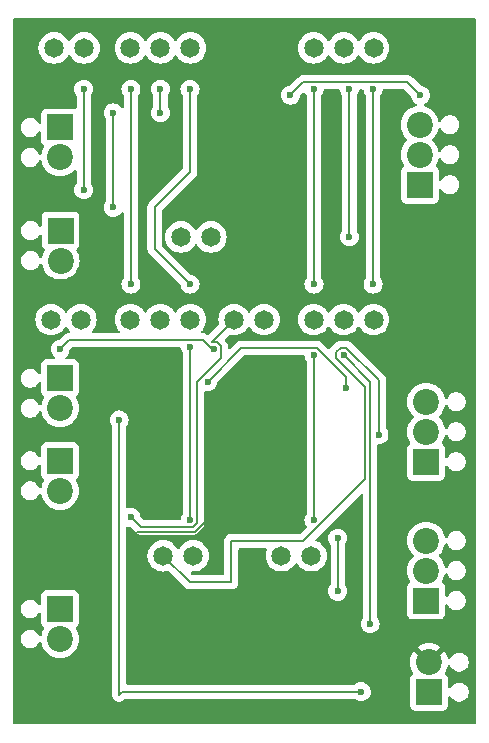
<source format=gbl>
%TF.GenerationSoftware,KiCad,Pcbnew,8.0.1*%
%TF.CreationDate,2024-09-29T19:32:40+02:00*%
%TF.ProjectId,CANPCB_TESTBENCH,43414e50-4342-45f5-9445-535442454e43,rev?*%
%TF.SameCoordinates,Original*%
%TF.FileFunction,Copper,L2,Bot*%
%TF.FilePolarity,Positive*%
%FSLAX46Y46*%
G04 Gerber Fmt 4.6, Leading zero omitted, Abs format (unit mm)*
G04 Created by KiCad (PCBNEW 8.0.1) date 2024-09-29 19:32:40*
%MOMM*%
%LPD*%
G01*
G04 APERTURE LIST*
%TA.AperFunction,ComponentPad*%
%ADD10C,1.650000*%
%TD*%
%TA.AperFunction,ComponentPad*%
%ADD11R,2.200000X2.200000*%
%TD*%
%TA.AperFunction,ComponentPad*%
%ADD12C,2.200000*%
%TD*%
%TA.AperFunction,ViaPad*%
%ADD13C,0.600000*%
%TD*%
%TA.AperFunction,Conductor*%
%ADD14C,0.200000*%
%TD*%
G04 APERTURE END LIST*
D10*
%TO.P,JP10,1,A*%
%TO.N,Net-(IC1-IO_2)*%
X149000000Y-55000000D03*
%TO.P,JP10,2,B*%
%TO.N,Net-(J4-Pin_1)*%
X151540000Y-55000000D03*
%TD*%
%TO.P,JP9,1,A*%
%TO.N,CAN_L_MIDDLE1*%
X160540000Y-55000000D03*
%TO.P,JP9,2,C*%
%TO.N,Net-(IC1-IO_2)*%
X158000000Y-55000000D03*
%TO.P,JP9,3,B*%
%TO.N,CAN_L_NO_MIDDLE*%
X155460000Y-55000000D03*
%TD*%
%TO.P,JP8,1,A*%
%TO.N,Net-(IC2-IO_2)*%
X158230000Y-98000000D03*
%TO.P,JP8,2,B*%
%TO.N,CAN_L_MIDDLE1*%
X160770000Y-98000000D03*
%TD*%
%TO.P,JP7,1,A*%
%TO.N,Net-(IC2-IO_1)*%
X168230000Y-98000000D03*
%TO.P,JP7,2,B*%
%TO.N,CAN_H_MIDDLE1*%
X170770000Y-98000000D03*
%TD*%
%TO.P,JP6,1,A*%
%TO.N,Net-(IC1-IO_1)*%
X162270000Y-71000000D03*
%TO.P,JP6,2,B*%
%TO.N,Net-(J4-Pin_2)*%
X159730000Y-71000000D03*
%TD*%
%TO.P,JP5,1,A*%
%TO.N,CAN_H_MIDDLE1*%
X170960000Y-55000000D03*
%TO.P,JP5,2,C*%
%TO.N,Net-(IC1-IO_1)*%
X173500000Y-55000000D03*
%TO.P,JP5,3,B*%
%TO.N,CAN_H_NO_MIDDLE*%
X176040000Y-55000000D03*
%TD*%
%TO.P,JP4,1,A*%
%TO.N,Net-(IC3-IO_2)*%
X151270000Y-78000000D03*
%TO.P,JP4,2,B*%
%TO.N,Net-(J5-Pin_1)*%
X148730000Y-78000000D03*
%TD*%
%TO.P,JP3,1,A*%
%TO.N,Net-(IC3-IO_1)*%
X166770000Y-78000000D03*
%TO.P,JP3,2,B*%
%TO.N,Net-(J5-Pin_2)*%
X164230000Y-78000000D03*
%TD*%
%TO.P,JP2,1,A*%
%TO.N,CAN_H_MIDDLE1*%
X170960000Y-78000000D03*
%TO.P,JP2,2,C*%
%TO.N,Net-(IC3-IO_1)*%
X173500000Y-78000000D03*
%TO.P,JP2,3,B*%
%TO.N,CAN_H_NO_MIDDLE*%
X176040000Y-78000000D03*
%TD*%
%TO.P,JP1,1,A*%
%TO.N,CAN_L_MIDDLE1*%
X160540000Y-78000000D03*
%TO.P,JP1,2,C*%
%TO.N,Net-(IC3-IO_2)*%
X158000000Y-78000000D03*
%TO.P,JP1,3,B*%
%TO.N,CAN_L_NO_MIDDLE*%
X155460000Y-78000000D03*
%TD*%
D11*
%TO.P,J9,1,Pin_1*%
%TO.N,Net-(IC3-IO_1)*%
X149500000Y-82960000D03*
D12*
%TO.P,J9,2,Pin_2*%
%TO.N,Net-(IC3-IO_2)*%
X149500000Y-85500000D03*
%TD*%
D11*
%TO.P,J8,1,Pin_1*%
%TO.N,Net-(J8-Pin_1)*%
X180500000Y-101790000D03*
D12*
%TO.P,J8,2,Pin_2*%
%TO.N,Net-(J8-Pin_2)*%
X180500000Y-99250000D03*
%TO.P,J8,3,Pin_3*%
%TO.N,Net-(J8-Pin_3)*%
X180500000Y-96710000D03*
%TD*%
D11*
%TO.P,J7,1,Pin_1*%
%TO.N,Net-(IC2-IO_1)*%
X149500000Y-102500000D03*
D12*
%TO.P,J7,2,Pin_2*%
%TO.N,Net-(IC2-IO_2)*%
X149500000Y-105040000D03*
%TD*%
D11*
%TO.P,J6,1,Pin_1*%
%TO.N,Net-(J6-Pin_1)*%
X180500000Y-90040000D03*
D12*
%TO.P,J6,2,Pin_2*%
%TO.N,Net-(J6-Pin_2)*%
X180500000Y-87500000D03*
%TO.P,J6,3,Pin_3*%
%TO.N,Net-(J6-Pin_3)*%
X180500000Y-84960000D03*
%TD*%
D11*
%TO.P,J5,1,Pin_1*%
%TO.N,Net-(J5-Pin_1)*%
X149500000Y-89960000D03*
D12*
%TO.P,J5,2,Pin_2*%
%TO.N,Net-(J5-Pin_2)*%
X149500000Y-92500000D03*
%TD*%
D11*
%TO.P,J4,1,Pin_1*%
%TO.N,Net-(J4-Pin_1)*%
X149540000Y-70460000D03*
D12*
%TO.P,J4,2,Pin_2*%
%TO.N,Net-(J4-Pin_2)*%
X149540000Y-73000000D03*
%TD*%
D11*
%TO.P,J3,1,Pin_1*%
%TO.N,GND*%
X180750000Y-109540000D03*
D12*
%TO.P,J3,2,Pin_2*%
%TO.N,+5V*%
X180750000Y-107000000D03*
%TD*%
D11*
%TO.P,J2,1,Pin_1*%
%TO.N,Net-(IC1-IO_1)*%
X149500000Y-61730000D03*
D12*
%TO.P,J2,2,Pin_2*%
%TO.N,Net-(IC1-IO_2)*%
X149500000Y-64270000D03*
%TD*%
D11*
%TO.P,J1,1,Pin_1*%
%TO.N,Net-(J1-Pin_1)*%
X179960000Y-66580000D03*
D12*
%TO.P,J1,2,Pin_2*%
%TO.N,Net-(J1-Pin_2)*%
X179960000Y-64040000D03*
%TO.P,J1,3,Pin_3*%
%TO.N,Net-(J1-Pin_3)*%
X179960000Y-61500000D03*
%TD*%
D13*
%TO.N,Net-(IC2-IO_2)*%
X176500000Y-87750000D03*
%TO.N,Net-(IC3-IO_1)*%
X175750000Y-103750000D03*
%TO.N,Net-(J8-Pin_3)*%
X173000000Y-101000000D03*
X173000000Y-96500000D03*
%TO.N,Net-(IC3-IO_2)*%
X175000000Y-109500000D03*
X154500000Y-86500000D03*
%TO.N,+5V*%
X164750000Y-106750000D03*
X176500000Y-107000000D03*
%TO.N,Net-(J5-Pin_2)*%
X155500000Y-94750000D03*
%TO.N,Net-(IC3-IO_1)*%
X162500000Y-80500000D03*
%TO.N,Net-(IC2-IO_1)*%
X162000000Y-83250000D03*
X173750000Y-83750000D03*
%TO.N,Net-(IC3-IO_1)*%
X173500000Y-81000000D03*
%TO.N,+5V*%
X164000000Y-87500000D03*
%TO.N,Net-(IC3-IO_1)*%
X149500000Y-80500000D03*
%TO.N,Net-(IC1-IO_2)*%
X158000000Y-60500000D03*
%TO.N,Net-(IC1-IO_1)*%
X174000000Y-71000000D03*
X174000000Y-58500000D03*
%TO.N,Net-(IC1-IO_2)*%
X158000000Y-58500000D03*
%TO.N,Net-(J1-Pin_2)*%
X180000000Y-59000000D03*
X169000000Y-59000000D03*
%TO.N,Net-(IC1-IO_1)*%
X154000000Y-60500000D03*
X154000000Y-68500000D03*
%TO.N,+5V*%
X165000000Y-64500000D03*
%TO.N,Net-(J4-Pin_1)*%
X151500000Y-67000000D03*
X151500000Y-58500000D03*
%TO.N,CAN_L_MIDDLE1*%
X160540000Y-80350000D03*
%TO.N,CAN_H_MIDDLE1*%
X171000000Y-81000000D03*
X171000000Y-95000000D03*
%TO.N,CAN_L_MIDDLE1*%
X160500000Y-95000000D03*
%TO.N,CAN_H_MIDDLE1*%
X171000000Y-58500000D03*
%TO.N,CAN_H_NO_MIDDLE*%
X176000000Y-58500000D03*
X176000000Y-75000000D03*
%TO.N,CAN_H_MIDDLE1*%
X171000000Y-75000000D03*
%TO.N,CAN_L_MIDDLE1*%
X160500000Y-75000000D03*
%TO.N,CAN_L_NO_MIDDLE*%
X155500000Y-75000000D03*
%TO.N,CAN_L_MIDDLE1*%
X160500000Y-58500000D03*
%TO.N,CAN_L_NO_MIDDLE*%
X155500000Y-58500000D03*
%TD*%
D14*
%TO.N,CAN_L_MIDDLE1*%
X160500000Y-80390000D02*
X160500000Y-95000000D01*
X160540000Y-80350000D02*
X160500000Y-80390000D01*
%TO.N,Net-(IC3-IO_1)*%
X150250000Y-79750000D02*
X149500000Y-80500000D01*
X161614315Y-79750000D02*
X150250000Y-79750000D01*
X162364315Y-80500000D02*
X161614315Y-79750000D01*
X162500000Y-80500000D02*
X162364315Y-80500000D01*
%TO.N,+5V*%
X156000000Y-96000000D02*
X155750000Y-96250000D01*
X160914214Y-96000000D02*
X156000000Y-96000000D01*
X164000000Y-87500000D02*
X164000000Y-92914215D01*
X164000000Y-92914215D02*
X160914214Y-96000000D01*
%TO.N,Net-(IC2-IO_2)*%
X160480000Y-100250000D02*
X158230000Y-98000000D01*
X164000000Y-96750000D02*
X164000000Y-100250000D01*
X164000000Y-100250000D02*
X160480000Y-100250000D01*
X164000000Y-96750000D02*
X170098529Y-96750000D01*
%TO.N,CAN_L_MIDDLE1*%
X157500000Y-72000000D02*
X160500000Y-75000000D01*
X157500000Y-68500000D02*
X157500000Y-72000000D01*
X160500000Y-65500000D02*
X157500000Y-68500000D01*
X160500000Y-58500000D02*
X160500000Y-65500000D01*
%TO.N,Net-(IC2-IO_1)*%
X164850000Y-80400000D02*
X162000000Y-83250000D01*
X171248529Y-80400000D02*
X164850000Y-80400000D01*
X173750000Y-82901471D02*
X171248529Y-80400000D01*
X173750000Y-83750000D02*
X173750000Y-82901471D01*
%TO.N,Net-(IC2-IO_2)*%
X176500000Y-83151471D02*
X176500000Y-87750000D01*
X173748529Y-80400000D02*
X176500000Y-83151471D01*
X172900000Y-80751471D02*
X173251471Y-80400000D01*
X172900000Y-81248529D02*
X172900000Y-80751471D01*
X175350000Y-91498529D02*
X175350000Y-83698529D01*
X175350000Y-83698529D02*
X172900000Y-81248529D01*
X170098529Y-96750000D02*
X175350000Y-91498529D01*
X173251471Y-80400000D02*
X173748529Y-80400000D01*
%TO.N,Net-(IC3-IO_1)*%
X175750000Y-103750000D02*
X175750000Y-83250000D01*
X175750000Y-83250000D02*
X173500000Y-81000000D01*
%TO.N,Net-(J8-Pin_3)*%
X173000000Y-101000000D02*
X173000000Y-96500000D01*
%TO.N,Net-(IC3-IO_2)*%
X154750000Y-109500000D02*
X154500000Y-109750000D01*
X175000000Y-109500000D02*
X154750000Y-109500000D01*
X154500000Y-86500000D02*
X154500000Y-109750000D01*
%TO.N,+5V*%
X165000000Y-107000000D02*
X164750000Y-106750000D01*
X176500000Y-107000000D02*
X165000000Y-107000000D01*
%TO.N,Net-(J5-Pin_2)*%
X156350000Y-95600000D02*
X155500000Y-94750000D01*
X160748529Y-95600000D02*
X156350000Y-95600000D01*
X161100000Y-95248529D02*
X160748529Y-95600000D01*
X163100000Y-81250000D02*
X161100000Y-83250000D01*
X163100000Y-80251471D02*
X163100000Y-81250000D01*
X161100000Y-83250000D02*
X161100000Y-95248529D01*
X162748529Y-79900000D02*
X163100000Y-80251471D01*
X162330000Y-79900000D02*
X162748529Y-79900000D01*
X164230000Y-78000000D02*
X162330000Y-79900000D01*
%TO.N,Net-(IC1-IO_2)*%
X158000000Y-58500000D02*
X158000000Y-60500000D01*
%TO.N,Net-(IC1-IO_1)*%
X174000000Y-58500000D02*
X174000000Y-71000000D01*
%TO.N,Net-(J1-Pin_2)*%
X178900000Y-57900000D02*
X180000000Y-59000000D01*
X170100000Y-57900000D02*
X178900000Y-57900000D01*
X169000000Y-59000000D02*
X170100000Y-57900000D01*
%TO.N,Net-(IC1-IO_1)*%
X154000000Y-60500000D02*
X154000000Y-68500000D01*
%TO.N,Net-(J4-Pin_1)*%
X151500000Y-58500000D02*
X151500000Y-67000000D01*
%TO.N,CAN_H_MIDDLE1*%
X171000000Y-81000000D02*
X171000000Y-95000000D01*
%TO.N,CAN_L_NO_MIDDLE*%
X155500000Y-58500000D02*
X155500000Y-75000000D01*
%TO.N,CAN_H_MIDDLE1*%
X171000000Y-58500000D02*
X171000000Y-75000000D01*
%TO.N,CAN_H_NO_MIDDLE*%
X176000000Y-58500000D02*
X176000000Y-75000000D01*
%TD*%
%TA.AperFunction,Conductor*%
%TO.N,+5V*%
G36*
X184692539Y-52520185D02*
G01*
X184738294Y-52572989D01*
X184749500Y-52624500D01*
X184749500Y-112125500D01*
X184729815Y-112192539D01*
X184677011Y-112238294D01*
X184625500Y-112249500D01*
X145624500Y-112249500D01*
X145557461Y-112229815D01*
X145511706Y-112177011D01*
X145500500Y-112125500D01*
X145500500Y-105118846D01*
X146159500Y-105118846D01*
X146190261Y-105273489D01*
X146190264Y-105273501D01*
X146250602Y-105419172D01*
X146250609Y-105419185D01*
X146338210Y-105550288D01*
X146338213Y-105550292D01*
X146449707Y-105661786D01*
X146449711Y-105661789D01*
X146580814Y-105749390D01*
X146580827Y-105749397D01*
X146726498Y-105809735D01*
X146726503Y-105809737D01*
X146881153Y-105840499D01*
X146881156Y-105840500D01*
X146881158Y-105840500D01*
X147038844Y-105840500D01*
X147038845Y-105840499D01*
X147193497Y-105809737D01*
X147339179Y-105749394D01*
X147470289Y-105661789D01*
X147581789Y-105550289D01*
X147669394Y-105419179D01*
X147669395Y-105419176D01*
X147669397Y-105419173D01*
X147697862Y-105350451D01*
X147741702Y-105296047D01*
X147807996Y-105273982D01*
X147875696Y-105291261D01*
X147923307Y-105342398D01*
X147932997Y-105368956D01*
X147973126Y-105536110D01*
X148069533Y-105768859D01*
X148201160Y-105983653D01*
X148201161Y-105983656D01*
X148201164Y-105983659D01*
X148364776Y-106175224D01*
X148513066Y-106301875D01*
X148556343Y-106338838D01*
X148556346Y-106338839D01*
X148771140Y-106470466D01*
X148987030Y-106559890D01*
X149003889Y-106566873D01*
X149248852Y-106625683D01*
X149500000Y-106645449D01*
X149751148Y-106625683D01*
X149996111Y-106566873D01*
X150228859Y-106470466D01*
X150443659Y-106338836D01*
X150635224Y-106175224D01*
X150798836Y-105983659D01*
X150930466Y-105768859D01*
X151026873Y-105536111D01*
X151085683Y-105291148D01*
X151105449Y-105040000D01*
X151085683Y-104788852D01*
X151026873Y-104543889D01*
X150930466Y-104311141D01*
X150930466Y-104311140D01*
X150849479Y-104178983D01*
X150831234Y-104111538D01*
X150852350Y-104044935D01*
X150880891Y-104014929D01*
X150957546Y-103957546D01*
X151043796Y-103842331D01*
X151094091Y-103707483D01*
X151100500Y-103647873D01*
X151100499Y-101352128D01*
X151094091Y-101292517D01*
X151089313Y-101279707D01*
X151043797Y-101157671D01*
X151043793Y-101157664D01*
X150957547Y-101042455D01*
X150957544Y-101042452D01*
X150842335Y-100956206D01*
X150842328Y-100956202D01*
X150707482Y-100905908D01*
X150707483Y-100905908D01*
X150647883Y-100899501D01*
X150647881Y-100899500D01*
X150647873Y-100899500D01*
X150647864Y-100899500D01*
X148352129Y-100899500D01*
X148352123Y-100899501D01*
X148292516Y-100905908D01*
X148157671Y-100956202D01*
X148157664Y-100956206D01*
X148042455Y-101042452D01*
X148042452Y-101042455D01*
X147956206Y-101157664D01*
X147956202Y-101157671D01*
X147905908Y-101292517D01*
X147900113Y-101346425D01*
X147899501Y-101352123D01*
X147899500Y-101352135D01*
X147899500Y-102056425D01*
X147879815Y-102123464D01*
X147827011Y-102169219D01*
X147757853Y-102179163D01*
X147694297Y-102150138D01*
X147672398Y-102125316D01*
X147581789Y-101989711D01*
X147581786Y-101989707D01*
X147470292Y-101878213D01*
X147470288Y-101878210D01*
X147339185Y-101790609D01*
X147339172Y-101790602D01*
X147193501Y-101730264D01*
X147193489Y-101730261D01*
X147038845Y-101699500D01*
X147038842Y-101699500D01*
X146881158Y-101699500D01*
X146881155Y-101699500D01*
X146726510Y-101730261D01*
X146726498Y-101730264D01*
X146580827Y-101790602D01*
X146580814Y-101790609D01*
X146449711Y-101878210D01*
X146449707Y-101878213D01*
X146338213Y-101989707D01*
X146338210Y-101989711D01*
X146250609Y-102120814D01*
X146250602Y-102120827D01*
X146190264Y-102266498D01*
X146190261Y-102266510D01*
X146159500Y-102421153D01*
X146159500Y-102578846D01*
X146190261Y-102733489D01*
X146190264Y-102733501D01*
X146250602Y-102879172D01*
X146250609Y-102879185D01*
X146338210Y-103010288D01*
X146338213Y-103010292D01*
X146449707Y-103121786D01*
X146449711Y-103121789D01*
X146580814Y-103209390D01*
X146580827Y-103209397D01*
X146673392Y-103247738D01*
X146726503Y-103269737D01*
X146881153Y-103300499D01*
X146881156Y-103300500D01*
X146881158Y-103300500D01*
X147038844Y-103300500D01*
X147038845Y-103300499D01*
X147193497Y-103269737D01*
X147339179Y-103209394D01*
X147470289Y-103121789D01*
X147581789Y-103010289D01*
X147669394Y-102879179D01*
X147669394Y-102879178D01*
X147672398Y-102874683D01*
X147726010Y-102829878D01*
X147795335Y-102821171D01*
X147858362Y-102851325D01*
X147895082Y-102910768D01*
X147899500Y-102943574D01*
X147899500Y-103647870D01*
X147899501Y-103647876D01*
X147905908Y-103707483D01*
X147956202Y-103842328D01*
X147956206Y-103842335D01*
X148042452Y-103957544D01*
X148042455Y-103957547D01*
X148119104Y-104014927D01*
X148160975Y-104070861D01*
X148165959Y-104140552D01*
X148150520Y-104178983D01*
X148069533Y-104311140D01*
X147973126Y-104543889D01*
X147932997Y-104711043D01*
X147898206Y-104771635D01*
X147836180Y-104803799D01*
X147766611Y-104797323D01*
X147711587Y-104754263D01*
X147697862Y-104729548D01*
X147669397Y-104660827D01*
X147669390Y-104660814D01*
X147581789Y-104529711D01*
X147581786Y-104529707D01*
X147470292Y-104418213D01*
X147470288Y-104418210D01*
X147339185Y-104330609D01*
X147339172Y-104330602D01*
X147193501Y-104270264D01*
X147193489Y-104270261D01*
X147038845Y-104239500D01*
X147038842Y-104239500D01*
X146881158Y-104239500D01*
X146881155Y-104239500D01*
X146726510Y-104270261D01*
X146726498Y-104270264D01*
X146580827Y-104330602D01*
X146580814Y-104330609D01*
X146449711Y-104418210D01*
X146449707Y-104418213D01*
X146338213Y-104529707D01*
X146338210Y-104529711D01*
X146250609Y-104660814D01*
X146250602Y-104660827D01*
X146190264Y-104806498D01*
X146190261Y-104806510D01*
X146159500Y-104961153D01*
X146159500Y-105118846D01*
X145500500Y-105118846D01*
X145500500Y-92578846D01*
X146159500Y-92578846D01*
X146190261Y-92733489D01*
X146190264Y-92733501D01*
X146250602Y-92879172D01*
X146250609Y-92879185D01*
X146338210Y-93010288D01*
X146338213Y-93010292D01*
X146449707Y-93121786D01*
X146449711Y-93121789D01*
X146580814Y-93209390D01*
X146580827Y-93209397D01*
X146726498Y-93269735D01*
X146726503Y-93269737D01*
X146881153Y-93300499D01*
X146881156Y-93300500D01*
X146881158Y-93300500D01*
X147038844Y-93300500D01*
X147038845Y-93300499D01*
X147193497Y-93269737D01*
X147339179Y-93209394D01*
X147470289Y-93121789D01*
X147581789Y-93010289D01*
X147669394Y-92879179D01*
X147669395Y-92879176D01*
X147669397Y-92879173D01*
X147697862Y-92810451D01*
X147741702Y-92756047D01*
X147807996Y-92733982D01*
X147875696Y-92751261D01*
X147923307Y-92802398D01*
X147932997Y-92828956D01*
X147973126Y-92996110D01*
X148069533Y-93228859D01*
X148201160Y-93443653D01*
X148201161Y-93443656D01*
X148201164Y-93443659D01*
X148364776Y-93635224D01*
X148513066Y-93761875D01*
X148556343Y-93798838D01*
X148556346Y-93798839D01*
X148771140Y-93930466D01*
X148908928Y-93987539D01*
X149003889Y-94026873D01*
X149248852Y-94085683D01*
X149500000Y-94105449D01*
X149751148Y-94085683D01*
X149996111Y-94026873D01*
X150228859Y-93930466D01*
X150443659Y-93798836D01*
X150635224Y-93635224D01*
X150798836Y-93443659D01*
X150930466Y-93228859D01*
X151026873Y-92996111D01*
X151085683Y-92751148D01*
X151105449Y-92500000D01*
X151085683Y-92248852D01*
X151026873Y-92003889D01*
X150930466Y-91771141D01*
X150930466Y-91771140D01*
X150850408Y-91640499D01*
X150849478Y-91638982D01*
X150831234Y-91571538D01*
X150852350Y-91504935D01*
X150880891Y-91474929D01*
X150957546Y-91417546D01*
X151043796Y-91302331D01*
X151094091Y-91167483D01*
X151100500Y-91107873D01*
X151100499Y-88812128D01*
X151094091Y-88752517D01*
X151043796Y-88617669D01*
X151043795Y-88617668D01*
X151043793Y-88617664D01*
X150957547Y-88502455D01*
X150957544Y-88502452D01*
X150842335Y-88416206D01*
X150842328Y-88416202D01*
X150707482Y-88365908D01*
X150707483Y-88365908D01*
X150647883Y-88359501D01*
X150647881Y-88359500D01*
X150647873Y-88359500D01*
X150647864Y-88359500D01*
X148352129Y-88359500D01*
X148352123Y-88359501D01*
X148292516Y-88365908D01*
X148157671Y-88416202D01*
X148157664Y-88416206D01*
X148042455Y-88502452D01*
X148042452Y-88502455D01*
X147956206Y-88617664D01*
X147956202Y-88617671D01*
X147905908Y-88752517D01*
X147899501Y-88812116D01*
X147899501Y-88812123D01*
X147899500Y-88812135D01*
X147899500Y-89516425D01*
X147879815Y-89583464D01*
X147827011Y-89629219D01*
X147757853Y-89639163D01*
X147694297Y-89610138D01*
X147672398Y-89585316D01*
X147581789Y-89449711D01*
X147581786Y-89449707D01*
X147470292Y-89338213D01*
X147470288Y-89338210D01*
X147339185Y-89250609D01*
X147339172Y-89250602D01*
X147193501Y-89190264D01*
X147193489Y-89190261D01*
X147038845Y-89159500D01*
X147038842Y-89159500D01*
X146881158Y-89159500D01*
X146881155Y-89159500D01*
X146726510Y-89190261D01*
X146726498Y-89190264D01*
X146580827Y-89250602D01*
X146580814Y-89250609D01*
X146449711Y-89338210D01*
X146449707Y-89338213D01*
X146338213Y-89449707D01*
X146338210Y-89449711D01*
X146250609Y-89580814D01*
X146250602Y-89580827D01*
X146190264Y-89726498D01*
X146190261Y-89726510D01*
X146159500Y-89881153D01*
X146159500Y-90038846D01*
X146190261Y-90193489D01*
X146190264Y-90193501D01*
X146250602Y-90339172D01*
X146250609Y-90339185D01*
X146338210Y-90470288D01*
X146338213Y-90470292D01*
X146449707Y-90581786D01*
X146449711Y-90581789D01*
X146580814Y-90669390D01*
X146580827Y-90669397D01*
X146726498Y-90729735D01*
X146726503Y-90729737D01*
X146881153Y-90760499D01*
X146881156Y-90760500D01*
X146881158Y-90760500D01*
X147038844Y-90760500D01*
X147038845Y-90760499D01*
X147193497Y-90729737D01*
X147339179Y-90669394D01*
X147470289Y-90581789D01*
X147581789Y-90470289D01*
X147669394Y-90339179D01*
X147669394Y-90339178D01*
X147672398Y-90334683D01*
X147726010Y-90289878D01*
X147795335Y-90281171D01*
X147858362Y-90311325D01*
X147895082Y-90370768D01*
X147899500Y-90403574D01*
X147899500Y-91107870D01*
X147899501Y-91107876D01*
X147905908Y-91167483D01*
X147956202Y-91302328D01*
X147956206Y-91302335D01*
X148042452Y-91417544D01*
X148042455Y-91417547D01*
X148119104Y-91474927D01*
X148160975Y-91530861D01*
X148165959Y-91600552D01*
X148150520Y-91638983D01*
X148069533Y-91771140D01*
X147973126Y-92003889D01*
X147932997Y-92171043D01*
X147898206Y-92231635D01*
X147836180Y-92263799D01*
X147766611Y-92257323D01*
X147711587Y-92214263D01*
X147697862Y-92189548D01*
X147669397Y-92120827D01*
X147669390Y-92120814D01*
X147581789Y-91989711D01*
X147581786Y-91989707D01*
X147470292Y-91878213D01*
X147470288Y-91878210D01*
X147339185Y-91790609D01*
X147339172Y-91790602D01*
X147193501Y-91730264D01*
X147193489Y-91730261D01*
X147038845Y-91699500D01*
X147038842Y-91699500D01*
X146881158Y-91699500D01*
X146881155Y-91699500D01*
X146726510Y-91730261D01*
X146726498Y-91730264D01*
X146580827Y-91790602D01*
X146580814Y-91790609D01*
X146449711Y-91878210D01*
X146449707Y-91878213D01*
X146338213Y-91989707D01*
X146338210Y-91989711D01*
X146250609Y-92120814D01*
X146250602Y-92120827D01*
X146190264Y-92266498D01*
X146190261Y-92266510D01*
X146159500Y-92421153D01*
X146159500Y-92578846D01*
X145500500Y-92578846D01*
X145500500Y-85578846D01*
X146159500Y-85578846D01*
X146190261Y-85733489D01*
X146190264Y-85733501D01*
X146250602Y-85879172D01*
X146250609Y-85879185D01*
X146338210Y-86010288D01*
X146338213Y-86010292D01*
X146449707Y-86121786D01*
X146449711Y-86121789D01*
X146580814Y-86209390D01*
X146580827Y-86209397D01*
X146726498Y-86269735D01*
X146726503Y-86269737D01*
X146881153Y-86300499D01*
X146881156Y-86300500D01*
X146881158Y-86300500D01*
X147038844Y-86300500D01*
X147038845Y-86300499D01*
X147193497Y-86269737D01*
X147339179Y-86209394D01*
X147470289Y-86121789D01*
X147581789Y-86010289D01*
X147669394Y-85879179D01*
X147669395Y-85879176D01*
X147669397Y-85879173D01*
X147697862Y-85810451D01*
X147741702Y-85756047D01*
X147807996Y-85733982D01*
X147875696Y-85751261D01*
X147923307Y-85802398D01*
X147932997Y-85828956D01*
X147973126Y-85996110D01*
X148069533Y-86228859D01*
X148201160Y-86443653D01*
X148201161Y-86443656D01*
X148201164Y-86443659D01*
X148364776Y-86635224D01*
X148476054Y-86730264D01*
X148556343Y-86798838D01*
X148556346Y-86798839D01*
X148771140Y-86930466D01*
X148944475Y-87002263D01*
X149003889Y-87026873D01*
X149248852Y-87085683D01*
X149500000Y-87105449D01*
X149751148Y-87085683D01*
X149996111Y-87026873D01*
X150228859Y-86930466D01*
X150443659Y-86798836D01*
X150635224Y-86635224D01*
X150798836Y-86443659D01*
X150930466Y-86228859D01*
X151026873Y-85996111D01*
X151085683Y-85751148D01*
X151105449Y-85500000D01*
X151085683Y-85248852D01*
X151026873Y-85003889D01*
X151008694Y-84960000D01*
X150930466Y-84771140D01*
X150849479Y-84638983D01*
X150831234Y-84571538D01*
X150852350Y-84504935D01*
X150880891Y-84474929D01*
X150957546Y-84417546D01*
X151043796Y-84302331D01*
X151094091Y-84167483D01*
X151100500Y-84107873D01*
X151100499Y-81812128D01*
X151094091Y-81752517D01*
X151043796Y-81617669D01*
X151043795Y-81617668D01*
X151043793Y-81617664D01*
X150957547Y-81502455D01*
X150957544Y-81502452D01*
X150842335Y-81416206D01*
X150842328Y-81416202D01*
X150707482Y-81365908D01*
X150707483Y-81365908D01*
X150647883Y-81359501D01*
X150647881Y-81359500D01*
X150647873Y-81359500D01*
X150647865Y-81359500D01*
X150067135Y-81359500D01*
X150000096Y-81339815D01*
X149954341Y-81287011D01*
X149944397Y-81217853D01*
X149973422Y-81154297D01*
X149996852Y-81134204D01*
X149996816Y-81134159D01*
X149998087Y-81133144D01*
X150001166Y-81130505D01*
X150001598Y-81130232D01*
X150002262Y-81129816D01*
X150129816Y-81002262D01*
X150225789Y-80849522D01*
X150285368Y-80679255D01*
X150295161Y-80592329D01*
X150322226Y-80527918D01*
X150330679Y-80518554D01*
X150462417Y-80386817D01*
X150523740Y-80353334D01*
X150550097Y-80350500D01*
X159623678Y-80350500D01*
X159690717Y-80370185D01*
X159736472Y-80422989D01*
X159746898Y-80460617D01*
X159754630Y-80529249D01*
X159814211Y-80699523D01*
X159880493Y-80805009D01*
X159899500Y-80870982D01*
X159899500Y-94417587D01*
X159879815Y-94484626D01*
X159872450Y-94494896D01*
X159870186Y-94497734D01*
X159774210Y-94650478D01*
X159714630Y-94820750D01*
X159706898Y-94889383D01*
X159679832Y-94953797D01*
X159622237Y-94993352D01*
X159583678Y-94999500D01*
X156650098Y-94999500D01*
X156583059Y-94979815D01*
X156562417Y-94963181D01*
X156330700Y-94731465D01*
X156297215Y-94670142D01*
X156295163Y-94657686D01*
X156285368Y-94570745D01*
X156225789Y-94400478D01*
X156129816Y-94247738D01*
X156002262Y-94120184D01*
X155983312Y-94108277D01*
X155849523Y-94024211D01*
X155679254Y-93964631D01*
X155679249Y-93964630D01*
X155500004Y-93944435D01*
X155499996Y-93944435D01*
X155320750Y-93964630D01*
X155320739Y-93964633D01*
X155265453Y-93983978D01*
X155195674Y-93987539D01*
X155135047Y-93952809D01*
X155102821Y-93890816D01*
X155100500Y-93866936D01*
X155100500Y-87082412D01*
X155120185Y-87015373D01*
X155127555Y-87005097D01*
X155129810Y-87002267D01*
X155129816Y-87002262D01*
X155225789Y-86849522D01*
X155285368Y-86679255D01*
X155290329Y-86635223D01*
X155305565Y-86500003D01*
X155305565Y-86499996D01*
X155285369Y-86320750D01*
X155285368Y-86320745D01*
X155267520Y-86269738D01*
X155225789Y-86150478D01*
X155207762Y-86121789D01*
X155137702Y-86010289D01*
X155129816Y-85997738D01*
X155002262Y-85870184D01*
X154849523Y-85774211D01*
X154679254Y-85714631D01*
X154679249Y-85714630D01*
X154500004Y-85694435D01*
X154499996Y-85694435D01*
X154320750Y-85714630D01*
X154320745Y-85714631D01*
X154150476Y-85774211D01*
X153997737Y-85870184D01*
X153870184Y-85997737D01*
X153774211Y-86150476D01*
X153714631Y-86320745D01*
X153714630Y-86320750D01*
X153694435Y-86499996D01*
X153694435Y-86500003D01*
X153714630Y-86679249D01*
X153714631Y-86679254D01*
X153774211Y-86849523D01*
X153870185Y-87002263D01*
X153872445Y-87005097D01*
X153873334Y-87007275D01*
X153873889Y-87008158D01*
X153873734Y-87008255D01*
X153898855Y-87069783D01*
X153899500Y-87082412D01*
X153899500Y-109663330D01*
X153899499Y-109663348D01*
X153899499Y-109829054D01*
X153899498Y-109829054D01*
X153923649Y-109919185D01*
X153940423Y-109981785D01*
X153952246Y-110002262D01*
X153979974Y-110050288D01*
X154019479Y-110118715D01*
X154131284Y-110230520D01*
X154218095Y-110280639D01*
X154218097Y-110280641D01*
X154256151Y-110302611D01*
X154268215Y-110309577D01*
X154420943Y-110350501D01*
X154420946Y-110350501D01*
X154579054Y-110350501D01*
X154579057Y-110350501D01*
X154731785Y-110309577D01*
X154781904Y-110280639D01*
X154868716Y-110230520D01*
X154962418Y-110136817D01*
X155023739Y-110103334D01*
X155050098Y-110100500D01*
X174417588Y-110100500D01*
X174484627Y-110120185D01*
X174494903Y-110127555D01*
X174497736Y-110129814D01*
X174497738Y-110129816D01*
X174650478Y-110225789D01*
X174717946Y-110249397D01*
X174820745Y-110285368D01*
X174820750Y-110285369D01*
X174999996Y-110305565D01*
X175000000Y-110305565D01*
X175000004Y-110305565D01*
X175179249Y-110285369D01*
X175179252Y-110285368D01*
X175179255Y-110285368D01*
X175349522Y-110225789D01*
X175502262Y-110129816D01*
X175629816Y-110002262D01*
X175725789Y-109849522D01*
X175785368Y-109679255D01*
X175786305Y-109670939D01*
X175805565Y-109500003D01*
X175805565Y-109499996D01*
X175785369Y-109320750D01*
X175785368Y-109320745D01*
X175780387Y-109306510D01*
X175725789Y-109150478D01*
X175629816Y-108997738D01*
X175502262Y-108870184D01*
X175433553Y-108827011D01*
X175349523Y-108774211D01*
X175179254Y-108714631D01*
X175179249Y-108714630D01*
X175000004Y-108694435D01*
X174999996Y-108694435D01*
X174820750Y-108714630D01*
X174820745Y-108714631D01*
X174650476Y-108774211D01*
X174497736Y-108870185D01*
X174494903Y-108872445D01*
X174492724Y-108873334D01*
X174491842Y-108873889D01*
X174491744Y-108873734D01*
X174430217Y-108898855D01*
X174417588Y-108899500D01*
X155224500Y-108899500D01*
X155157461Y-108879815D01*
X155111706Y-108827011D01*
X155100500Y-108775500D01*
X155100500Y-107000000D01*
X179145052Y-107000000D01*
X179164812Y-107251072D01*
X179223603Y-107495956D01*
X179319980Y-107728631D01*
X179400922Y-107860715D01*
X179419167Y-107928161D01*
X179398051Y-107994763D01*
X179369507Y-108024771D01*
X179292452Y-108082455D01*
X179206206Y-108197664D01*
X179206202Y-108197671D01*
X179155908Y-108332517D01*
X179149501Y-108392116D01*
X179149501Y-108392123D01*
X179149500Y-108392135D01*
X179149500Y-110687870D01*
X179149501Y-110687876D01*
X179155908Y-110747483D01*
X179206202Y-110882328D01*
X179206206Y-110882335D01*
X179292452Y-110997544D01*
X179292455Y-110997547D01*
X179407664Y-111083793D01*
X179407671Y-111083797D01*
X179542517Y-111134091D01*
X179542516Y-111134091D01*
X179549444Y-111134835D01*
X179602127Y-111140500D01*
X181897872Y-111140499D01*
X181957483Y-111134091D01*
X182092331Y-111083796D01*
X182207546Y-110997546D01*
X182293796Y-110882331D01*
X182344091Y-110747483D01*
X182350500Y-110687873D01*
X182350499Y-109983571D01*
X182370183Y-109916535D01*
X182422987Y-109870780D01*
X182492146Y-109860836D01*
X182555702Y-109889861D01*
X182577601Y-109914683D01*
X182668210Y-110050288D01*
X182668213Y-110050292D01*
X182779707Y-110161786D01*
X182779711Y-110161789D01*
X182910814Y-110249390D01*
X182910827Y-110249397D01*
X183046431Y-110305565D01*
X183056503Y-110309737D01*
X183211153Y-110340499D01*
X183211156Y-110340500D01*
X183211158Y-110340500D01*
X183368844Y-110340500D01*
X183368845Y-110340499D01*
X183523497Y-110309737D01*
X183669179Y-110249394D01*
X183800289Y-110161789D01*
X183911789Y-110050289D01*
X183999394Y-109919179D01*
X184059737Y-109773497D01*
X184090500Y-109618842D01*
X184090500Y-109461158D01*
X184090500Y-109461155D01*
X184090499Y-109461153D01*
X184059738Y-109306510D01*
X184059737Y-109306503D01*
X184001256Y-109165316D01*
X183999397Y-109160827D01*
X183999390Y-109160814D01*
X183911789Y-109029711D01*
X183911786Y-109029707D01*
X183800292Y-108918213D01*
X183800288Y-108918210D01*
X183669185Y-108830609D01*
X183669172Y-108830602D01*
X183523501Y-108770264D01*
X183523489Y-108770261D01*
X183368845Y-108739500D01*
X183368842Y-108739500D01*
X183211158Y-108739500D01*
X183211155Y-108739500D01*
X183056510Y-108770261D01*
X183056498Y-108770264D01*
X182910827Y-108830602D01*
X182910814Y-108830609D01*
X182779711Y-108918210D01*
X182779707Y-108918213D01*
X182668213Y-109029707D01*
X182668210Y-109029711D01*
X182577601Y-109165316D01*
X182523988Y-109210121D01*
X182454663Y-109218828D01*
X182391636Y-109188673D01*
X182354917Y-109129230D01*
X182350499Y-109096425D01*
X182350499Y-108392129D01*
X182350498Y-108392123D01*
X182350497Y-108392116D01*
X182344091Y-108332517D01*
X182293796Y-108197669D01*
X182293795Y-108197668D01*
X182293793Y-108197664D01*
X182207547Y-108082455D01*
X182130492Y-108024771D01*
X182088622Y-107968837D01*
X182083638Y-107899145D01*
X182099077Y-107860714D01*
X182180020Y-107728627D01*
X182276396Y-107495955D01*
X182316677Y-107328171D01*
X182351467Y-107267579D01*
X182413493Y-107235414D01*
X182483062Y-107241890D01*
X182538086Y-107284949D01*
X182551812Y-107309665D01*
X182580602Y-107379172D01*
X182580609Y-107379185D01*
X182668210Y-107510288D01*
X182668213Y-107510292D01*
X182779707Y-107621786D01*
X182779711Y-107621789D01*
X182910814Y-107709390D01*
X182910827Y-107709397D01*
X183056498Y-107769735D01*
X183056503Y-107769737D01*
X183211153Y-107800499D01*
X183211156Y-107800500D01*
X183211158Y-107800500D01*
X183368844Y-107800500D01*
X183368845Y-107800499D01*
X183523497Y-107769737D01*
X183669179Y-107709394D01*
X183800289Y-107621789D01*
X183911789Y-107510289D01*
X183999394Y-107379179D01*
X184059737Y-107233497D01*
X184090500Y-107078842D01*
X184090500Y-106921158D01*
X184090500Y-106921155D01*
X184090499Y-106921153D01*
X184063955Y-106787708D01*
X184059737Y-106766503D01*
X184050722Y-106744738D01*
X183999397Y-106620827D01*
X183999390Y-106620814D01*
X183911789Y-106489711D01*
X183911786Y-106489707D01*
X183800292Y-106378213D01*
X183800288Y-106378210D01*
X183669185Y-106290609D01*
X183669172Y-106290602D01*
X183523501Y-106230264D01*
X183523489Y-106230261D01*
X183368845Y-106199500D01*
X183368842Y-106199500D01*
X183211158Y-106199500D01*
X183211155Y-106199500D01*
X183056510Y-106230261D01*
X183056498Y-106230264D01*
X182910827Y-106290602D01*
X182910814Y-106290609D01*
X182779711Y-106378210D01*
X182779707Y-106378213D01*
X182668213Y-106489707D01*
X182668210Y-106489711D01*
X182580609Y-106620814D01*
X182580604Y-106620824D01*
X182551812Y-106690335D01*
X182507971Y-106744738D01*
X182441677Y-106766803D01*
X182373977Y-106749524D01*
X182326367Y-106698386D01*
X182316677Y-106671828D01*
X182276396Y-106504044D01*
X182180019Y-106271368D01*
X182048429Y-106056634D01*
X182047733Y-106055819D01*
X182047732Y-106055819D01*
X181273787Y-106829763D01*
X181262518Y-106787708D01*
X181190110Y-106662292D01*
X181087708Y-106559890D01*
X180962292Y-106487482D01*
X180920234Y-106476212D01*
X181694179Y-105702266D01*
X181693362Y-105701568D01*
X181478631Y-105569980D01*
X181245956Y-105473603D01*
X181001072Y-105414812D01*
X180750000Y-105395052D01*
X180498927Y-105414812D01*
X180254043Y-105473603D01*
X180021368Y-105569980D01*
X179806637Y-105701567D01*
X179805819Y-105702266D01*
X180579765Y-106476212D01*
X180537708Y-106487482D01*
X180412292Y-106559890D01*
X180309890Y-106662292D01*
X180237482Y-106787708D01*
X180226212Y-106829765D01*
X179452266Y-106055819D01*
X179451567Y-106056637D01*
X179319980Y-106271368D01*
X179223603Y-106504043D01*
X179164812Y-106748927D01*
X179145052Y-107000000D01*
X155100500Y-107000000D01*
X155100500Y-101000003D01*
X172194435Y-101000003D01*
X172214630Y-101179249D01*
X172214631Y-101179254D01*
X172274211Y-101349523D01*
X172315552Y-101415316D01*
X172370184Y-101502262D01*
X172497738Y-101629816D01*
X172650478Y-101725789D01*
X172820745Y-101785368D01*
X172820750Y-101785369D01*
X172999996Y-101805565D01*
X173000000Y-101805565D01*
X173000004Y-101805565D01*
X173179249Y-101785369D01*
X173179252Y-101785368D01*
X173179255Y-101785368D01*
X173349522Y-101725789D01*
X173502262Y-101629816D01*
X173629816Y-101502262D01*
X173725789Y-101349522D01*
X173785368Y-101179255D01*
X173786612Y-101168213D01*
X173805565Y-101000003D01*
X173805565Y-100999996D01*
X173785369Y-100820750D01*
X173785368Y-100820745D01*
X173725788Y-100650476D01*
X173629813Y-100497734D01*
X173627550Y-100494896D01*
X173626659Y-100492715D01*
X173626111Y-100491842D01*
X173626264Y-100491745D01*
X173601144Y-100430209D01*
X173600500Y-100417587D01*
X173600500Y-97082412D01*
X173620185Y-97015373D01*
X173627555Y-97005097D01*
X173629810Y-97002267D01*
X173629816Y-97002262D01*
X173725789Y-96849522D01*
X173785368Y-96679255D01*
X173786305Y-96670943D01*
X173805565Y-96500003D01*
X173805565Y-96499996D01*
X173785369Y-96320750D01*
X173785368Y-96320745D01*
X173728973Y-96159577D01*
X173725789Y-96150478D01*
X173725174Y-96149500D01*
X173681830Y-96080518D01*
X173629816Y-95997738D01*
X173502262Y-95870184D01*
X173349523Y-95774211D01*
X173179254Y-95714631D01*
X173179249Y-95714630D01*
X173000004Y-95694435D01*
X172999996Y-95694435D01*
X172820750Y-95714630D01*
X172820745Y-95714631D01*
X172650476Y-95774211D01*
X172497737Y-95870184D01*
X172427661Y-95940261D01*
X172370184Y-95997738D01*
X172334516Y-96054503D01*
X172274211Y-96150476D01*
X172214631Y-96320745D01*
X172214630Y-96320750D01*
X172194435Y-96499996D01*
X172194435Y-96500003D01*
X172214630Y-96679249D01*
X172214631Y-96679254D01*
X172274211Y-96849523D01*
X172370185Y-97002263D01*
X172372445Y-97005097D01*
X172373334Y-97007275D01*
X172373889Y-97008158D01*
X172373734Y-97008255D01*
X172398855Y-97069783D01*
X172399500Y-97082412D01*
X172399500Y-100417587D01*
X172379815Y-100484626D01*
X172372450Y-100494896D01*
X172370186Y-100497734D01*
X172274211Y-100650476D01*
X172214631Y-100820745D01*
X172214630Y-100820750D01*
X172194435Y-100999996D01*
X172194435Y-101000003D01*
X155100500Y-101000003D01*
X155100500Y-95633062D01*
X155120185Y-95566023D01*
X155172989Y-95520268D01*
X155242147Y-95510324D01*
X155265450Y-95516019D01*
X155320745Y-95535368D01*
X155407669Y-95545161D01*
X155472080Y-95572226D01*
X155481464Y-95580699D01*
X155981284Y-96080520D01*
X155981286Y-96080521D01*
X155981290Y-96080524D01*
X156095853Y-96146666D01*
X156118216Y-96159577D01*
X156270943Y-96200501D01*
X156270945Y-96200501D01*
X156436654Y-96200501D01*
X156436670Y-96200500D01*
X160661860Y-96200500D01*
X160661876Y-96200501D01*
X160669472Y-96200501D01*
X160827583Y-96200501D01*
X160827586Y-96200501D01*
X160980314Y-96159577D01*
X161030433Y-96130639D01*
X161117245Y-96080520D01*
X161229049Y-95968716D01*
X161229049Y-95968714D01*
X161239257Y-95958507D01*
X161239259Y-95958504D01*
X161468713Y-95729050D01*
X161468716Y-95729049D01*
X161580520Y-95617245D01*
X161630639Y-95530433D01*
X161659577Y-95480314D01*
X161700500Y-95327586D01*
X161700500Y-95169472D01*
X161700500Y-84160576D01*
X161720185Y-84093537D01*
X161772989Y-84047782D01*
X161838383Y-84037356D01*
X161999996Y-84055565D01*
X162000000Y-84055565D01*
X162000004Y-84055565D01*
X162179249Y-84035369D01*
X162179252Y-84035368D01*
X162179255Y-84035368D01*
X162349522Y-83975789D01*
X162502262Y-83879816D01*
X162629816Y-83752262D01*
X162725789Y-83599522D01*
X162785368Y-83429255D01*
X162795161Y-83342329D01*
X162822226Y-83277918D01*
X162830690Y-83268543D01*
X165062417Y-81036819D01*
X165123740Y-81003334D01*
X165150098Y-81000500D01*
X170083678Y-81000500D01*
X170150717Y-81020185D01*
X170196472Y-81072989D01*
X170206898Y-81110617D01*
X170214630Y-81179249D01*
X170274210Y-81349521D01*
X170370185Y-81502263D01*
X170372445Y-81505097D01*
X170373334Y-81507275D01*
X170373889Y-81508158D01*
X170373734Y-81508255D01*
X170398855Y-81569783D01*
X170399500Y-81582412D01*
X170399500Y-94417587D01*
X170379815Y-94484626D01*
X170372450Y-94494896D01*
X170370186Y-94497734D01*
X170274211Y-94650476D01*
X170214631Y-94820745D01*
X170214630Y-94820750D01*
X170194435Y-94999996D01*
X170194435Y-95000003D01*
X170214630Y-95179249D01*
X170214631Y-95179254D01*
X170274211Y-95349523D01*
X170366520Y-95496431D01*
X170385520Y-95563668D01*
X170365152Y-95630503D01*
X170349208Y-95650084D01*
X170270244Y-95729049D01*
X169886111Y-96113182D01*
X169824790Y-96146666D01*
X169798432Y-96149500D01*
X163920943Y-96149500D01*
X163768216Y-96190423D01*
X163768209Y-96190426D01*
X163631290Y-96269475D01*
X163631282Y-96269481D01*
X163519481Y-96381282D01*
X163519475Y-96381290D01*
X163440426Y-96518209D01*
X163440423Y-96518216D01*
X163399500Y-96670943D01*
X163399500Y-99525500D01*
X163379815Y-99592539D01*
X163327011Y-99638294D01*
X163275500Y-99649500D01*
X160780098Y-99649500D01*
X160713059Y-99629815D01*
X160692417Y-99613181D01*
X160616166Y-99536930D01*
X160582681Y-99475607D01*
X160587665Y-99405915D01*
X160629537Y-99349982D01*
X160695001Y-99325565D01*
X160714654Y-99325721D01*
X160769998Y-99330563D01*
X160770000Y-99330563D01*
X160770002Y-99330563D01*
X160827762Y-99325509D01*
X161001050Y-99310349D01*
X161225079Y-99250320D01*
X161435282Y-99152301D01*
X161625269Y-99019270D01*
X161789270Y-98855269D01*
X161922301Y-98665282D01*
X162020320Y-98455079D01*
X162080349Y-98231050D01*
X162100563Y-98000000D01*
X162080349Y-97768950D01*
X162020320Y-97544921D01*
X161922301Y-97334719D01*
X161922299Y-97334716D01*
X161922298Y-97334714D01*
X161789273Y-97144735D01*
X161789268Y-97144729D01*
X161625269Y-96980730D01*
X161575955Y-96946200D01*
X161435282Y-96847699D01*
X161225079Y-96749680D01*
X161225076Y-96749679D01*
X161225074Y-96749678D01*
X161001051Y-96689651D01*
X161001044Y-96689650D01*
X160770002Y-96669437D01*
X160769998Y-96669437D01*
X160538955Y-96689650D01*
X160538948Y-96689651D01*
X160314917Y-96749681D01*
X160104718Y-96847699D01*
X160104714Y-96847701D01*
X159914735Y-96980726D01*
X159914729Y-96980731D01*
X159750731Y-97144729D01*
X159750726Y-97144735D01*
X159617701Y-97334714D01*
X159617698Y-97334720D01*
X159612381Y-97346123D01*
X159566207Y-97398562D01*
X159499013Y-97417712D01*
X159432133Y-97397495D01*
X159387619Y-97346123D01*
X159382301Y-97334720D01*
X159382298Y-97334714D01*
X159249273Y-97144735D01*
X159249268Y-97144729D01*
X159085269Y-96980730D01*
X159035955Y-96946200D01*
X158895282Y-96847699D01*
X158685079Y-96749680D01*
X158685076Y-96749679D01*
X158685074Y-96749678D01*
X158461051Y-96689651D01*
X158461044Y-96689650D01*
X158230002Y-96669437D01*
X158229998Y-96669437D01*
X157998955Y-96689650D01*
X157998948Y-96689651D01*
X157774917Y-96749681D01*
X157564718Y-96847699D01*
X157564714Y-96847701D01*
X157374735Y-96980726D01*
X157374729Y-96980731D01*
X157210731Y-97144729D01*
X157210726Y-97144735D01*
X157077701Y-97334714D01*
X157077699Y-97334718D01*
X156979681Y-97544917D01*
X156919651Y-97768948D01*
X156919650Y-97768955D01*
X156899437Y-97999998D01*
X156899437Y-98000001D01*
X156919650Y-98231044D01*
X156919651Y-98231051D01*
X156979678Y-98455074D01*
X156979679Y-98455076D01*
X156979680Y-98455079D01*
X157077699Y-98665282D01*
X157210730Y-98855269D01*
X157374731Y-99019270D01*
X157564718Y-99152301D01*
X157774921Y-99250320D01*
X157998950Y-99310349D01*
X158163985Y-99324787D01*
X158229998Y-99330563D01*
X158230000Y-99330563D01*
X158230002Y-99330563D01*
X158287762Y-99325509D01*
X158461050Y-99310349D01*
X158573345Y-99280259D01*
X158643193Y-99281922D01*
X158693117Y-99312352D01*
X160111284Y-100730520D01*
X160111286Y-100730521D01*
X160111290Y-100730524D01*
X160248209Y-100809573D01*
X160248216Y-100809577D01*
X160400943Y-100850501D01*
X160400945Y-100850501D01*
X160566654Y-100850501D01*
X160566670Y-100850500D01*
X164079055Y-100850500D01*
X164079057Y-100850500D01*
X164231784Y-100809577D01*
X164368716Y-100730520D01*
X164480520Y-100618716D01*
X164559577Y-100481784D01*
X164600500Y-100329057D01*
X164600500Y-97474500D01*
X164620185Y-97407461D01*
X164672989Y-97361706D01*
X164724500Y-97350500D01*
X166875699Y-97350500D01*
X166942738Y-97370185D01*
X166988493Y-97422989D01*
X166998437Y-97492147D01*
X166988081Y-97526904D01*
X166979682Y-97544914D01*
X166919651Y-97768948D01*
X166919650Y-97768955D01*
X166899437Y-97999998D01*
X166899437Y-98000001D01*
X166919650Y-98231044D01*
X166919651Y-98231051D01*
X166979678Y-98455074D01*
X166979679Y-98455076D01*
X166979680Y-98455079D01*
X167077699Y-98665282D01*
X167210730Y-98855269D01*
X167374731Y-99019270D01*
X167564718Y-99152301D01*
X167774921Y-99250320D01*
X167998950Y-99310349D01*
X168163985Y-99324787D01*
X168229998Y-99330563D01*
X168230000Y-99330563D01*
X168230002Y-99330563D01*
X168287762Y-99325509D01*
X168461050Y-99310349D01*
X168685079Y-99250320D01*
X168895282Y-99152301D01*
X169085269Y-99019270D01*
X169249270Y-98855269D01*
X169382301Y-98665282D01*
X169387618Y-98653878D01*
X169433790Y-98601440D01*
X169500984Y-98582288D01*
X169567865Y-98602504D01*
X169612381Y-98653878D01*
X169617699Y-98665282D01*
X169750730Y-98855269D01*
X169914731Y-99019270D01*
X170104718Y-99152301D01*
X170314921Y-99250320D01*
X170538950Y-99310349D01*
X170703985Y-99324787D01*
X170769998Y-99330563D01*
X170770000Y-99330563D01*
X170770002Y-99330563D01*
X170827762Y-99325509D01*
X171001050Y-99310349D01*
X171225079Y-99250320D01*
X171435282Y-99152301D01*
X171625269Y-99019270D01*
X171789270Y-98855269D01*
X171922301Y-98665282D01*
X172020320Y-98455079D01*
X172080349Y-98231050D01*
X172100563Y-98000000D01*
X172080349Y-97768950D01*
X172020320Y-97544921D01*
X171922301Y-97334719D01*
X171922299Y-97334716D01*
X171922298Y-97334714D01*
X171789273Y-97144735D01*
X171789268Y-97144729D01*
X171625269Y-96980730D01*
X171575955Y-96946200D01*
X171435282Y-96847699D01*
X171309067Y-96788844D01*
X171225080Y-96749680D01*
X171214067Y-96746729D01*
X171154409Y-96710360D01*
X171123884Y-96647511D01*
X171132183Y-96578136D01*
X171158484Y-96539278D01*
X174937821Y-92759942D01*
X174999142Y-92726459D01*
X175068834Y-92731443D01*
X175124767Y-92773315D01*
X175149184Y-92838779D01*
X175149500Y-92847625D01*
X175149500Y-103167587D01*
X175129815Y-103234626D01*
X175122450Y-103244896D01*
X175120186Y-103247734D01*
X175024211Y-103400476D01*
X174964631Y-103570745D01*
X174964630Y-103570750D01*
X174944435Y-103749996D01*
X174944435Y-103750003D01*
X174964630Y-103929249D01*
X174964631Y-103929254D01*
X175024211Y-104099523D01*
X175112165Y-104239500D01*
X175120184Y-104252262D01*
X175247738Y-104379816D01*
X175400478Y-104475789D01*
X175554567Y-104529707D01*
X175570745Y-104535368D01*
X175570750Y-104535369D01*
X175749996Y-104555565D01*
X175750000Y-104555565D01*
X175750004Y-104555565D01*
X175929249Y-104535369D01*
X175929252Y-104535368D01*
X175929255Y-104535368D01*
X176099522Y-104475789D01*
X176252262Y-104379816D01*
X176379816Y-104252262D01*
X176475789Y-104099522D01*
X176535368Y-103929255D01*
X176535369Y-103929249D01*
X176555565Y-103750003D01*
X176555565Y-103749996D01*
X176535369Y-103570750D01*
X176535368Y-103570745D01*
X176475788Y-103400476D01*
X176442645Y-103347730D01*
X176379816Y-103247738D01*
X176379814Y-103247736D01*
X176379813Y-103247734D01*
X176377550Y-103244896D01*
X176376659Y-103242715D01*
X176376111Y-103241842D01*
X176376264Y-103241745D01*
X176351144Y-103180209D01*
X176350500Y-103167587D01*
X176350500Y-99250000D01*
X178894551Y-99250000D01*
X178914317Y-99501151D01*
X178973126Y-99746110D01*
X179069533Y-99978859D01*
X179150520Y-100111016D01*
X179168765Y-100178462D01*
X179147649Y-100245064D01*
X179119105Y-100275072D01*
X179042452Y-100332455D01*
X178956206Y-100447664D01*
X178956202Y-100447671D01*
X178905908Y-100582517D01*
X178899501Y-100642116D01*
X178899501Y-100642123D01*
X178899500Y-100642135D01*
X178899500Y-102937870D01*
X178899501Y-102937876D01*
X178905908Y-102997483D01*
X178956202Y-103132328D01*
X178956206Y-103132335D01*
X179042452Y-103247544D01*
X179042455Y-103247547D01*
X179157664Y-103333793D01*
X179157671Y-103333797D01*
X179292517Y-103384091D01*
X179292516Y-103384091D01*
X179299444Y-103384835D01*
X179352127Y-103390500D01*
X181647872Y-103390499D01*
X181707483Y-103384091D01*
X181842331Y-103333796D01*
X181957546Y-103247546D01*
X182043796Y-103132331D01*
X182094091Y-102997483D01*
X182100500Y-102937873D01*
X182100499Y-102233571D01*
X182120183Y-102166535D01*
X182172987Y-102120780D01*
X182242146Y-102110836D01*
X182305702Y-102139861D01*
X182327601Y-102164683D01*
X182418210Y-102300288D01*
X182418213Y-102300292D01*
X182529707Y-102411786D01*
X182529711Y-102411789D01*
X182660814Y-102499390D01*
X182660827Y-102499397D01*
X182806498Y-102559735D01*
X182806503Y-102559737D01*
X182961153Y-102590499D01*
X182961156Y-102590500D01*
X182961158Y-102590500D01*
X183118844Y-102590500D01*
X183118845Y-102590499D01*
X183273497Y-102559737D01*
X183419179Y-102499394D01*
X183550289Y-102411789D01*
X183661789Y-102300289D01*
X183749394Y-102169179D01*
X183809737Y-102023497D01*
X183840500Y-101868842D01*
X183840500Y-101711158D01*
X183840500Y-101711155D01*
X183840499Y-101711153D01*
X183809738Y-101556510D01*
X183809737Y-101556503D01*
X183751256Y-101415316D01*
X183749397Y-101410827D01*
X183749390Y-101410814D01*
X183661789Y-101279711D01*
X183661786Y-101279707D01*
X183550292Y-101168213D01*
X183550288Y-101168210D01*
X183419185Y-101080609D01*
X183419172Y-101080602D01*
X183273501Y-101020264D01*
X183273489Y-101020261D01*
X183118845Y-100989500D01*
X183118842Y-100989500D01*
X182961158Y-100989500D01*
X182961155Y-100989500D01*
X182806510Y-101020261D01*
X182806498Y-101020264D01*
X182660827Y-101080602D01*
X182660814Y-101080609D01*
X182529711Y-101168210D01*
X182529707Y-101168213D01*
X182418213Y-101279707D01*
X182418210Y-101279711D01*
X182327601Y-101415316D01*
X182273988Y-101460121D01*
X182204663Y-101468828D01*
X182141636Y-101438673D01*
X182104917Y-101379230D01*
X182100499Y-101346425D01*
X182100499Y-100642129D01*
X182100498Y-100642123D01*
X182100497Y-100642116D01*
X182094091Y-100582517D01*
X182060271Y-100491842D01*
X182043797Y-100447671D01*
X182043793Y-100447664D01*
X181957547Y-100332455D01*
X181953005Y-100329055D01*
X181880894Y-100275072D01*
X181839024Y-100219138D01*
X181834040Y-100149446D01*
X181849476Y-100111021D01*
X181930466Y-99978859D01*
X182026873Y-99746111D01*
X182067003Y-99578954D01*
X182101792Y-99518365D01*
X182163818Y-99486200D01*
X182233387Y-99492676D01*
X182288411Y-99535735D01*
X182302137Y-99560450D01*
X182330604Y-99629175D01*
X182330609Y-99629185D01*
X182418210Y-99760288D01*
X182418213Y-99760292D01*
X182529707Y-99871786D01*
X182529711Y-99871789D01*
X182660814Y-99959390D01*
X182660827Y-99959397D01*
X182806498Y-100019735D01*
X182806503Y-100019737D01*
X182961153Y-100050499D01*
X182961156Y-100050500D01*
X182961158Y-100050500D01*
X183118844Y-100050500D01*
X183118845Y-100050499D01*
X183273497Y-100019737D01*
X183419179Y-99959394D01*
X183550289Y-99871789D01*
X183661789Y-99760289D01*
X183749394Y-99629179D01*
X183809737Y-99483497D01*
X183840500Y-99328842D01*
X183840500Y-99171158D01*
X183840500Y-99171155D01*
X183840499Y-99171153D01*
X183809738Y-99016510D01*
X183809737Y-99016503D01*
X183781197Y-98947600D01*
X183749397Y-98870827D01*
X183749390Y-98870814D01*
X183661789Y-98739711D01*
X183661786Y-98739707D01*
X183550292Y-98628213D01*
X183550288Y-98628210D01*
X183419185Y-98540609D01*
X183419172Y-98540602D01*
X183273501Y-98480264D01*
X183273489Y-98480261D01*
X183118845Y-98449500D01*
X183118842Y-98449500D01*
X182961158Y-98449500D01*
X182961155Y-98449500D01*
X182806510Y-98480261D01*
X182806498Y-98480264D01*
X182660827Y-98540602D01*
X182660814Y-98540609D01*
X182529711Y-98628210D01*
X182529707Y-98628213D01*
X182418213Y-98739707D01*
X182418210Y-98739711D01*
X182330609Y-98870814D01*
X182330606Y-98870820D01*
X182302137Y-98939550D01*
X182258295Y-98993953D01*
X182192001Y-99016017D01*
X182124302Y-98998737D01*
X182076692Y-98947600D01*
X182067003Y-98921046D01*
X182026873Y-98753889D01*
X181930466Y-98521141D01*
X181930466Y-98521140D01*
X181798839Y-98306346D01*
X181798838Y-98306343D01*
X181635224Y-98114776D01*
X181587819Y-98074289D01*
X181549627Y-98015784D01*
X181549128Y-97945916D01*
X181586482Y-97886870D01*
X181587756Y-97885764D01*
X181635224Y-97845224D01*
X181798836Y-97653659D01*
X181930466Y-97438859D01*
X182026873Y-97206111D01*
X182067003Y-97038954D01*
X182101792Y-96978365D01*
X182163818Y-96946200D01*
X182233387Y-96952676D01*
X182288411Y-96995735D01*
X182302137Y-97020450D01*
X182330604Y-97089175D01*
X182330609Y-97089185D01*
X182418210Y-97220288D01*
X182418213Y-97220292D01*
X182529707Y-97331786D01*
X182529711Y-97331789D01*
X182660814Y-97419390D01*
X182660827Y-97419397D01*
X182806498Y-97479735D01*
X182806503Y-97479737D01*
X182961153Y-97510499D01*
X182961156Y-97510500D01*
X182961158Y-97510500D01*
X183118844Y-97510500D01*
X183118845Y-97510499D01*
X183273497Y-97479737D01*
X183419179Y-97419394D01*
X183550289Y-97331789D01*
X183661789Y-97220289D01*
X183749394Y-97089179D01*
X183809737Y-96943497D01*
X183840500Y-96788842D01*
X183840500Y-96631158D01*
X183840500Y-96631155D01*
X183840499Y-96631153D01*
X183809738Y-96476510D01*
X183809737Y-96476503D01*
X183781197Y-96407600D01*
X183749397Y-96330827D01*
X183749390Y-96330814D01*
X183661789Y-96199711D01*
X183661786Y-96199707D01*
X183550292Y-96088213D01*
X183550288Y-96088210D01*
X183419185Y-96000609D01*
X183419172Y-96000602D01*
X183273501Y-95940264D01*
X183273489Y-95940261D01*
X183118845Y-95909500D01*
X183118842Y-95909500D01*
X182961158Y-95909500D01*
X182961155Y-95909500D01*
X182806510Y-95940261D01*
X182806498Y-95940264D01*
X182660827Y-96000602D01*
X182660814Y-96000609D01*
X182529711Y-96088210D01*
X182529707Y-96088213D01*
X182418213Y-96199707D01*
X182418210Y-96199711D01*
X182330609Y-96330814D01*
X182330606Y-96330820D01*
X182302137Y-96399550D01*
X182258295Y-96453953D01*
X182192001Y-96476017D01*
X182124302Y-96458737D01*
X182076692Y-96407600D01*
X182067003Y-96381046D01*
X182026873Y-96213889D01*
X181930466Y-95981141D01*
X181930466Y-95981140D01*
X181798839Y-95766346D01*
X181798838Y-95766343D01*
X181699543Y-95650084D01*
X181635224Y-95574776D01*
X181482556Y-95444385D01*
X181443656Y-95411161D01*
X181443653Y-95411160D01*
X181228859Y-95279533D01*
X180996110Y-95183126D01*
X180751151Y-95124317D01*
X180500000Y-95104551D01*
X180248848Y-95124317D01*
X180003889Y-95183126D01*
X179771140Y-95279533D01*
X179556346Y-95411160D01*
X179556343Y-95411161D01*
X179364776Y-95574776D01*
X179201161Y-95766343D01*
X179201160Y-95766346D01*
X179069533Y-95981140D01*
X178973126Y-96213889D01*
X178914317Y-96458848D01*
X178894551Y-96710000D01*
X178914317Y-96961151D01*
X178973126Y-97206110D01*
X179069533Y-97438859D01*
X179201160Y-97653653D01*
X179201161Y-97653656D01*
X179201164Y-97653659D01*
X179364776Y-97845224D01*
X179412178Y-97885709D01*
X179412179Y-97885710D01*
X179450372Y-97944217D01*
X179450870Y-98014085D01*
X179413516Y-98073131D01*
X179412179Y-98074290D01*
X179364776Y-98114776D01*
X179201161Y-98306343D01*
X179201160Y-98306346D01*
X179069533Y-98521140D01*
X178973126Y-98753889D01*
X178914317Y-98998848D01*
X178894551Y-99250000D01*
X176350500Y-99250000D01*
X176350500Y-88677476D01*
X176370185Y-88610437D01*
X176422989Y-88564682D01*
X176488385Y-88554256D01*
X176500000Y-88555565D01*
X176500001Y-88555564D01*
X176500002Y-88555565D01*
X176500004Y-88555565D01*
X176679249Y-88535369D01*
X176679252Y-88535368D01*
X176679255Y-88535368D01*
X176849522Y-88475789D01*
X177002262Y-88379816D01*
X177129816Y-88252262D01*
X177225789Y-88099522D01*
X177285368Y-87929255D01*
X177285369Y-87929249D01*
X177305565Y-87750003D01*
X177305565Y-87749996D01*
X177285369Y-87570750D01*
X177285368Y-87570745D01*
X177260613Y-87500000D01*
X178894551Y-87500000D01*
X178914317Y-87751151D01*
X178973126Y-87996110D01*
X179069533Y-88228859D01*
X179150520Y-88361016D01*
X179168765Y-88428462D01*
X179147649Y-88495064D01*
X179119105Y-88525072D01*
X179042452Y-88582455D01*
X178956206Y-88697664D01*
X178956202Y-88697671D01*
X178905908Y-88832517D01*
X178899501Y-88892116D01*
X178899501Y-88892123D01*
X178899500Y-88892135D01*
X178899500Y-91187870D01*
X178899501Y-91187876D01*
X178905908Y-91247483D01*
X178956202Y-91382328D01*
X178956206Y-91382335D01*
X179042452Y-91497544D01*
X179042455Y-91497547D01*
X179157664Y-91583793D01*
X179157671Y-91583797D01*
X179292517Y-91634091D01*
X179292516Y-91634091D01*
X179299444Y-91634835D01*
X179352127Y-91640500D01*
X181647872Y-91640499D01*
X181707483Y-91634091D01*
X181842331Y-91583796D01*
X181957546Y-91497546D01*
X182043796Y-91382331D01*
X182094091Y-91247483D01*
X182100500Y-91187873D01*
X182100499Y-90483571D01*
X182120183Y-90416535D01*
X182172987Y-90370780D01*
X182242146Y-90360836D01*
X182305702Y-90389861D01*
X182327601Y-90414683D01*
X182418210Y-90550288D01*
X182418213Y-90550292D01*
X182529707Y-90661786D01*
X182529711Y-90661789D01*
X182660814Y-90749390D01*
X182660827Y-90749397D01*
X182806498Y-90809735D01*
X182806503Y-90809737D01*
X182961153Y-90840499D01*
X182961156Y-90840500D01*
X182961158Y-90840500D01*
X183118844Y-90840500D01*
X183118845Y-90840499D01*
X183273497Y-90809737D01*
X183419179Y-90749394D01*
X183550289Y-90661789D01*
X183661789Y-90550289D01*
X183749394Y-90419179D01*
X183809737Y-90273497D01*
X183840500Y-90118842D01*
X183840500Y-89961158D01*
X183840500Y-89961155D01*
X183840499Y-89961153D01*
X183809738Y-89806510D01*
X183809737Y-89806503D01*
X183751256Y-89665316D01*
X183749397Y-89660827D01*
X183749390Y-89660814D01*
X183661789Y-89529711D01*
X183661786Y-89529707D01*
X183550292Y-89418213D01*
X183550288Y-89418210D01*
X183419185Y-89330609D01*
X183419172Y-89330602D01*
X183273501Y-89270264D01*
X183273489Y-89270261D01*
X183118845Y-89239500D01*
X183118842Y-89239500D01*
X182961158Y-89239500D01*
X182961155Y-89239500D01*
X182806510Y-89270261D01*
X182806498Y-89270264D01*
X182660827Y-89330602D01*
X182660814Y-89330609D01*
X182529711Y-89418210D01*
X182529707Y-89418213D01*
X182418213Y-89529707D01*
X182418210Y-89529711D01*
X182327601Y-89665316D01*
X182273988Y-89710121D01*
X182204663Y-89718828D01*
X182141636Y-89688673D01*
X182104917Y-89629230D01*
X182100499Y-89596425D01*
X182100499Y-88892129D01*
X182100498Y-88892123D01*
X182100497Y-88892116D01*
X182094091Y-88832517D01*
X182086486Y-88812128D01*
X182043797Y-88697671D01*
X182043793Y-88697664D01*
X181957547Y-88582455D01*
X181880894Y-88525072D01*
X181839024Y-88469138D01*
X181834040Y-88399446D01*
X181849476Y-88361021D01*
X181930466Y-88228859D01*
X182026873Y-87996111D01*
X182067003Y-87828954D01*
X182101792Y-87768365D01*
X182163818Y-87736200D01*
X182233387Y-87742676D01*
X182288411Y-87785735D01*
X182302137Y-87810450D01*
X182330604Y-87879175D01*
X182330609Y-87879185D01*
X182418210Y-88010288D01*
X182418213Y-88010292D01*
X182529707Y-88121786D01*
X182529711Y-88121789D01*
X182660814Y-88209390D01*
X182660827Y-88209397D01*
X182764314Y-88252262D01*
X182806503Y-88269737D01*
X182961153Y-88300499D01*
X182961156Y-88300500D01*
X182961158Y-88300500D01*
X183118844Y-88300500D01*
X183118845Y-88300499D01*
X183273497Y-88269737D01*
X183419179Y-88209394D01*
X183550289Y-88121789D01*
X183661789Y-88010289D01*
X183749394Y-87879179D01*
X183809737Y-87733497D01*
X183840500Y-87578842D01*
X183840500Y-87421158D01*
X183840500Y-87421155D01*
X183840499Y-87421153D01*
X183809738Y-87266510D01*
X183809737Y-87266503D01*
X183799482Y-87241745D01*
X183749397Y-87120827D01*
X183749390Y-87120814D01*
X183661789Y-86989711D01*
X183661786Y-86989707D01*
X183550292Y-86878213D01*
X183550288Y-86878210D01*
X183419185Y-86790609D01*
X183419172Y-86790602D01*
X183273501Y-86730264D01*
X183273489Y-86730261D01*
X183118845Y-86699500D01*
X183118842Y-86699500D01*
X182961158Y-86699500D01*
X182961155Y-86699500D01*
X182806510Y-86730261D01*
X182806498Y-86730264D01*
X182660827Y-86790602D01*
X182660814Y-86790609D01*
X182529711Y-86878210D01*
X182529707Y-86878213D01*
X182418213Y-86989707D01*
X182418210Y-86989711D01*
X182330609Y-87120814D01*
X182330606Y-87120820D01*
X182302137Y-87189550D01*
X182258295Y-87243953D01*
X182192001Y-87266017D01*
X182124302Y-87248737D01*
X182076692Y-87197600D01*
X182067003Y-87171046D01*
X182026873Y-87003889D01*
X181941939Y-86798839D01*
X181930466Y-86771140D01*
X181798839Y-86556346D01*
X181798838Y-86556343D01*
X181635224Y-86364776D01*
X181587819Y-86324289D01*
X181549627Y-86265784D01*
X181549128Y-86195916D01*
X181586482Y-86136870D01*
X181587756Y-86135764D01*
X181635224Y-86095224D01*
X181798836Y-85903659D01*
X181930466Y-85688859D01*
X182026873Y-85456111D01*
X182067003Y-85288954D01*
X182101792Y-85228365D01*
X182163818Y-85196200D01*
X182233387Y-85202676D01*
X182288411Y-85245735D01*
X182302137Y-85270450D01*
X182330604Y-85339175D01*
X182330609Y-85339185D01*
X182418210Y-85470288D01*
X182418213Y-85470292D01*
X182529707Y-85581786D01*
X182529711Y-85581789D01*
X182660814Y-85669390D01*
X182660827Y-85669397D01*
X182770036Y-85714632D01*
X182806503Y-85729737D01*
X182961153Y-85760499D01*
X182961156Y-85760500D01*
X182961158Y-85760500D01*
X183118844Y-85760500D01*
X183118845Y-85760499D01*
X183273497Y-85729737D01*
X183419179Y-85669394D01*
X183550289Y-85581789D01*
X183661789Y-85470289D01*
X183749394Y-85339179D01*
X183809737Y-85193497D01*
X183840500Y-85038842D01*
X183840500Y-84881158D01*
X183840500Y-84881155D01*
X183840499Y-84881153D01*
X183839914Y-84878210D01*
X183809737Y-84726503D01*
X183781197Y-84657600D01*
X183749397Y-84580827D01*
X183749390Y-84580814D01*
X183661789Y-84449711D01*
X183661786Y-84449707D01*
X183550292Y-84338213D01*
X183550288Y-84338210D01*
X183419185Y-84250609D01*
X183419172Y-84250602D01*
X183273501Y-84190264D01*
X183273489Y-84190261D01*
X183118845Y-84159500D01*
X183118842Y-84159500D01*
X182961158Y-84159500D01*
X182961155Y-84159500D01*
X182806510Y-84190261D01*
X182806498Y-84190264D01*
X182660827Y-84250602D01*
X182660814Y-84250609D01*
X182529711Y-84338210D01*
X182529707Y-84338213D01*
X182418213Y-84449707D01*
X182418210Y-84449711D01*
X182330609Y-84580814D01*
X182330606Y-84580820D01*
X182302137Y-84649550D01*
X182258295Y-84703953D01*
X182192001Y-84726017D01*
X182124302Y-84708737D01*
X182076692Y-84657600D01*
X182067003Y-84631046D01*
X182026873Y-84463889D01*
X181974815Y-84338210D01*
X181930466Y-84231140D01*
X181798839Y-84016346D01*
X181798838Y-84016343D01*
X181741648Y-83949383D01*
X181635224Y-83824776D01*
X181453299Y-83669397D01*
X181443656Y-83661161D01*
X181443653Y-83661160D01*
X181228859Y-83529533D01*
X180996110Y-83433126D01*
X180751151Y-83374317D01*
X180500000Y-83354551D01*
X180248848Y-83374317D01*
X180003889Y-83433126D01*
X179771140Y-83529533D01*
X179556346Y-83661160D01*
X179556343Y-83661161D01*
X179364776Y-83824776D01*
X179201161Y-84016343D01*
X179201160Y-84016346D01*
X179069533Y-84231140D01*
X178973126Y-84463889D01*
X178914317Y-84708848D01*
X178894551Y-84960000D01*
X178914317Y-85211151D01*
X178973126Y-85456110D01*
X179069533Y-85688859D01*
X179201160Y-85903653D01*
X179201161Y-85903656D01*
X179201164Y-85903659D01*
X179364776Y-86095224D01*
X179395876Y-86121786D01*
X179412179Y-86135710D01*
X179450372Y-86194217D01*
X179450870Y-86264085D01*
X179413516Y-86323131D01*
X179412179Y-86324290D01*
X179364776Y-86364776D01*
X179201161Y-86556343D01*
X179201160Y-86556346D01*
X179069533Y-86771140D01*
X178973126Y-87003889D01*
X178914317Y-87248848D01*
X178894551Y-87500000D01*
X177260613Y-87500000D01*
X177225788Y-87400476D01*
X177141611Y-87266510D01*
X177129816Y-87247738D01*
X177129814Y-87247736D01*
X177129813Y-87247734D01*
X177127550Y-87244896D01*
X177126659Y-87242715D01*
X177126111Y-87241842D01*
X177126264Y-87241745D01*
X177101144Y-87180209D01*
X177100500Y-87167587D01*
X177100500Y-83240531D01*
X177100501Y-83240518D01*
X177100501Y-83072415D01*
X177059576Y-82919685D01*
X177059573Y-82919680D01*
X176980524Y-82782761D01*
X176980518Y-82782753D01*
X174236119Y-80038355D01*
X174236117Y-80038352D01*
X174117246Y-79919481D01*
X174117245Y-79919480D01*
X174030433Y-79869360D01*
X174030433Y-79869359D01*
X174030429Y-79869358D01*
X173980314Y-79840423D01*
X173827586Y-79799499D01*
X173669472Y-79799499D01*
X173661876Y-79799499D01*
X173661860Y-79799500D01*
X173330528Y-79799500D01*
X173172414Y-79799500D01*
X173019686Y-79840423D01*
X173019685Y-79840423D01*
X173019683Y-79840424D01*
X173019680Y-79840425D01*
X172969567Y-79869359D01*
X172969566Y-79869360D01*
X172926160Y-79894420D01*
X172882756Y-79919479D01*
X172882753Y-79919481D01*
X172419479Y-80382755D01*
X172409003Y-80400902D01*
X172396252Y-80422989D01*
X172392749Y-80429056D01*
X172392746Y-80429060D01*
X172376209Y-80457701D01*
X172325641Y-80505915D01*
X172257033Y-80519136D01*
X172192169Y-80493166D01*
X172181143Y-80483379D01*
X171736119Y-80038355D01*
X171736117Y-80038352D01*
X171617246Y-79919481D01*
X171617245Y-79919480D01*
X171530433Y-79869360D01*
X171530433Y-79869359D01*
X171530429Y-79869358D01*
X171480314Y-79840423D01*
X171327586Y-79799499D01*
X171169472Y-79799499D01*
X171161876Y-79799499D01*
X171161860Y-79799500D01*
X164936670Y-79799500D01*
X164936654Y-79799499D01*
X164929058Y-79799499D01*
X164770943Y-79799499D01*
X164694579Y-79819961D01*
X164618214Y-79840423D01*
X164618209Y-79840426D01*
X164481290Y-79919475D01*
X164481282Y-79919481D01*
X163912181Y-80488583D01*
X163850858Y-80522068D01*
X163781166Y-80517084D01*
X163725233Y-80475212D01*
X163700816Y-80409748D01*
X163700500Y-80400902D01*
X163700500Y-80172416D01*
X163700499Y-80172412D01*
X163686112Y-80118716D01*
X163659577Y-80019686D01*
X163613814Y-79940423D01*
X163580520Y-79882755D01*
X163476180Y-79778415D01*
X163442696Y-79717092D01*
X163447680Y-79647400D01*
X163476181Y-79603053D01*
X163766882Y-79312351D01*
X163828204Y-79278868D01*
X163886654Y-79280258D01*
X163998950Y-79310349D01*
X164163985Y-79324787D01*
X164229998Y-79330563D01*
X164230000Y-79330563D01*
X164230002Y-79330563D01*
X164287762Y-79325509D01*
X164461050Y-79310349D01*
X164685079Y-79250320D01*
X164895282Y-79152301D01*
X165085269Y-79019270D01*
X165249270Y-78855269D01*
X165382301Y-78665282D01*
X165387618Y-78653878D01*
X165433790Y-78601440D01*
X165500984Y-78582288D01*
X165567865Y-78602504D01*
X165612381Y-78653878D01*
X165617699Y-78665282D01*
X165750730Y-78855269D01*
X165914731Y-79019270D01*
X166104718Y-79152301D01*
X166314921Y-79250320D01*
X166538950Y-79310349D01*
X166703985Y-79324787D01*
X166769998Y-79330563D01*
X166770000Y-79330563D01*
X166770002Y-79330563D01*
X166827762Y-79325509D01*
X167001050Y-79310349D01*
X167225079Y-79250320D01*
X167435282Y-79152301D01*
X167625269Y-79019270D01*
X167789270Y-78855269D01*
X167922301Y-78665282D01*
X168020320Y-78455079D01*
X168080349Y-78231050D01*
X168100563Y-78000001D01*
X169629437Y-78000001D01*
X169649650Y-78231044D01*
X169649651Y-78231051D01*
X169709678Y-78455074D01*
X169709679Y-78455076D01*
X169709680Y-78455079D01*
X169807699Y-78665282D01*
X169940730Y-78855269D01*
X170104731Y-79019270D01*
X170294718Y-79152301D01*
X170504921Y-79250320D01*
X170728950Y-79310349D01*
X170893985Y-79324787D01*
X170959998Y-79330563D01*
X170960000Y-79330563D01*
X170960002Y-79330563D01*
X171017762Y-79325509D01*
X171191050Y-79310349D01*
X171415079Y-79250320D01*
X171625282Y-79152301D01*
X171815269Y-79019270D01*
X171979270Y-78855269D01*
X172112301Y-78665282D01*
X172117618Y-78653878D01*
X172163790Y-78601440D01*
X172230984Y-78582288D01*
X172297865Y-78602504D01*
X172342381Y-78653878D01*
X172347699Y-78665282D01*
X172480730Y-78855269D01*
X172644731Y-79019270D01*
X172834718Y-79152301D01*
X173044921Y-79250320D01*
X173268950Y-79310349D01*
X173433985Y-79324787D01*
X173499998Y-79330563D01*
X173500000Y-79330563D01*
X173500002Y-79330563D01*
X173557762Y-79325509D01*
X173731050Y-79310349D01*
X173955079Y-79250320D01*
X174165282Y-79152301D01*
X174355269Y-79019270D01*
X174519270Y-78855269D01*
X174652301Y-78665282D01*
X174657618Y-78653878D01*
X174703790Y-78601440D01*
X174770984Y-78582288D01*
X174837865Y-78602504D01*
X174882381Y-78653878D01*
X174887699Y-78665282D01*
X175020730Y-78855269D01*
X175184731Y-79019270D01*
X175374718Y-79152301D01*
X175584921Y-79250320D01*
X175808950Y-79310349D01*
X175973985Y-79324787D01*
X176039998Y-79330563D01*
X176040000Y-79330563D01*
X176040002Y-79330563D01*
X176097762Y-79325509D01*
X176271050Y-79310349D01*
X176495079Y-79250320D01*
X176705282Y-79152301D01*
X176895269Y-79019270D01*
X177059270Y-78855269D01*
X177192301Y-78665282D01*
X177290320Y-78455079D01*
X177350349Y-78231050D01*
X177370563Y-78000000D01*
X177350349Y-77768950D01*
X177290320Y-77544921D01*
X177192301Y-77334719D01*
X177192299Y-77334716D01*
X177192298Y-77334714D01*
X177059273Y-77144735D01*
X177059268Y-77144729D01*
X176895269Y-76980730D01*
X176895263Y-76980726D01*
X176705282Y-76847699D01*
X176495079Y-76749680D01*
X176495076Y-76749679D01*
X176495074Y-76749678D01*
X176271051Y-76689651D01*
X176271044Y-76689650D01*
X176040002Y-76669437D01*
X176039998Y-76669437D01*
X175808955Y-76689650D01*
X175808948Y-76689651D01*
X175584917Y-76749681D01*
X175374718Y-76847699D01*
X175374714Y-76847701D01*
X175184735Y-76980726D01*
X175184729Y-76980731D01*
X175020731Y-77144729D01*
X175020726Y-77144735D01*
X174887701Y-77334714D01*
X174887698Y-77334720D01*
X174882381Y-77346123D01*
X174836207Y-77398562D01*
X174769013Y-77417712D01*
X174702133Y-77397495D01*
X174657619Y-77346123D01*
X174652301Y-77334720D01*
X174652298Y-77334714D01*
X174519273Y-77144735D01*
X174519268Y-77144729D01*
X174355269Y-76980730D01*
X174355263Y-76980726D01*
X174165282Y-76847699D01*
X173955079Y-76749680D01*
X173955076Y-76749679D01*
X173955074Y-76749678D01*
X173731051Y-76689651D01*
X173731044Y-76689650D01*
X173500002Y-76669437D01*
X173499998Y-76669437D01*
X173268955Y-76689650D01*
X173268948Y-76689651D01*
X173044917Y-76749681D01*
X172834718Y-76847699D01*
X172834714Y-76847701D01*
X172644735Y-76980726D01*
X172644729Y-76980731D01*
X172480731Y-77144729D01*
X172480726Y-77144735D01*
X172347701Y-77334714D01*
X172347698Y-77334720D01*
X172342381Y-77346123D01*
X172296207Y-77398562D01*
X172229013Y-77417712D01*
X172162133Y-77397495D01*
X172117619Y-77346123D01*
X172112301Y-77334720D01*
X172112298Y-77334714D01*
X171979273Y-77144735D01*
X171979268Y-77144729D01*
X171815269Y-76980730D01*
X171815263Y-76980726D01*
X171625282Y-76847699D01*
X171415079Y-76749680D01*
X171415076Y-76749679D01*
X171415074Y-76749678D01*
X171191051Y-76689651D01*
X171191044Y-76689650D01*
X170960002Y-76669437D01*
X170959998Y-76669437D01*
X170728955Y-76689650D01*
X170728948Y-76689651D01*
X170504917Y-76749681D01*
X170294718Y-76847699D01*
X170294714Y-76847701D01*
X170104735Y-76980726D01*
X170104729Y-76980731D01*
X169940731Y-77144729D01*
X169940726Y-77144735D01*
X169807701Y-77334714D01*
X169807699Y-77334718D01*
X169709681Y-77544917D01*
X169649651Y-77768948D01*
X169649650Y-77768955D01*
X169629437Y-77999998D01*
X169629437Y-78000001D01*
X168100563Y-78000001D01*
X168100563Y-78000000D01*
X168080349Y-77768950D01*
X168020320Y-77544921D01*
X167922301Y-77334719D01*
X167922299Y-77334716D01*
X167922298Y-77334714D01*
X167789273Y-77144735D01*
X167789268Y-77144729D01*
X167625269Y-76980730D01*
X167625263Y-76980726D01*
X167435282Y-76847699D01*
X167225079Y-76749680D01*
X167225076Y-76749679D01*
X167225074Y-76749678D01*
X167001051Y-76689651D01*
X167001044Y-76689650D01*
X166770002Y-76669437D01*
X166769998Y-76669437D01*
X166538955Y-76689650D01*
X166538948Y-76689651D01*
X166314917Y-76749681D01*
X166104718Y-76847699D01*
X166104714Y-76847701D01*
X165914735Y-76980726D01*
X165914729Y-76980731D01*
X165750731Y-77144729D01*
X165750726Y-77144735D01*
X165617701Y-77334714D01*
X165617698Y-77334720D01*
X165612381Y-77346123D01*
X165566207Y-77398562D01*
X165499013Y-77417712D01*
X165432133Y-77397495D01*
X165387619Y-77346123D01*
X165382301Y-77334720D01*
X165382298Y-77334714D01*
X165249273Y-77144735D01*
X165249268Y-77144729D01*
X165085269Y-76980730D01*
X165085263Y-76980726D01*
X164895282Y-76847699D01*
X164685079Y-76749680D01*
X164685076Y-76749679D01*
X164685074Y-76749678D01*
X164461051Y-76689651D01*
X164461044Y-76689650D01*
X164230002Y-76669437D01*
X164229998Y-76669437D01*
X163998955Y-76689650D01*
X163998948Y-76689651D01*
X163774917Y-76749681D01*
X163564718Y-76847699D01*
X163564714Y-76847701D01*
X163374735Y-76980726D01*
X163374729Y-76980731D01*
X163210731Y-77144729D01*
X163210726Y-77144735D01*
X163077701Y-77334714D01*
X163077699Y-77334718D01*
X162979681Y-77544917D01*
X162919651Y-77768948D01*
X162919650Y-77768955D01*
X162899437Y-77999998D01*
X162899437Y-78000001D01*
X162919650Y-78231044D01*
X162919652Y-78231055D01*
X162949739Y-78343343D01*
X162948076Y-78413193D01*
X162917645Y-78463117D01*
X162131619Y-79249143D01*
X162070296Y-79282628D01*
X162000604Y-79277644D01*
X161981938Y-79268849D01*
X161896218Y-79219359D01*
X161896218Y-79219358D01*
X161896216Y-79219358D01*
X161846100Y-79190423D01*
X161693372Y-79149499D01*
X161564402Y-79149499D01*
X161497363Y-79129814D01*
X161451608Y-79077010D01*
X161441664Y-79007852D01*
X161470689Y-78944296D01*
X161476721Y-78937818D01*
X161559270Y-78855269D01*
X161692301Y-78665282D01*
X161790320Y-78455079D01*
X161850349Y-78231050D01*
X161870563Y-78000000D01*
X161850349Y-77768950D01*
X161790320Y-77544921D01*
X161692301Y-77334719D01*
X161692299Y-77334716D01*
X161692298Y-77334714D01*
X161559273Y-77144735D01*
X161559268Y-77144729D01*
X161395269Y-76980730D01*
X161395263Y-76980726D01*
X161205282Y-76847699D01*
X160995079Y-76749680D01*
X160995076Y-76749679D01*
X160995074Y-76749678D01*
X160771051Y-76689651D01*
X160771044Y-76689650D01*
X160540002Y-76669437D01*
X160539998Y-76669437D01*
X160308955Y-76689650D01*
X160308948Y-76689651D01*
X160084917Y-76749681D01*
X159874718Y-76847699D01*
X159874714Y-76847701D01*
X159684735Y-76980726D01*
X159684729Y-76980731D01*
X159520731Y-77144729D01*
X159520726Y-77144735D01*
X159387701Y-77334714D01*
X159387698Y-77334720D01*
X159382381Y-77346123D01*
X159336207Y-77398562D01*
X159269013Y-77417712D01*
X159202133Y-77397495D01*
X159157619Y-77346123D01*
X159152301Y-77334720D01*
X159152298Y-77334714D01*
X159019273Y-77144735D01*
X159019268Y-77144729D01*
X158855269Y-76980730D01*
X158855263Y-76980726D01*
X158665282Y-76847699D01*
X158455079Y-76749680D01*
X158455076Y-76749679D01*
X158455074Y-76749678D01*
X158231051Y-76689651D01*
X158231044Y-76689650D01*
X158000002Y-76669437D01*
X157999998Y-76669437D01*
X157768955Y-76689650D01*
X157768948Y-76689651D01*
X157544917Y-76749681D01*
X157334718Y-76847699D01*
X157334714Y-76847701D01*
X157144735Y-76980726D01*
X157144729Y-76980731D01*
X156980731Y-77144729D01*
X156980726Y-77144735D01*
X156847701Y-77334714D01*
X156847698Y-77334720D01*
X156842381Y-77346123D01*
X156796207Y-77398562D01*
X156729013Y-77417712D01*
X156662133Y-77397495D01*
X156617619Y-77346123D01*
X156612301Y-77334720D01*
X156612298Y-77334714D01*
X156479273Y-77144735D01*
X156479268Y-77144729D01*
X156315269Y-76980730D01*
X156315263Y-76980726D01*
X156125282Y-76847699D01*
X155915079Y-76749680D01*
X155915076Y-76749679D01*
X155915074Y-76749678D01*
X155691051Y-76689651D01*
X155691044Y-76689650D01*
X155460002Y-76669437D01*
X155459998Y-76669437D01*
X155228955Y-76689650D01*
X155228948Y-76689651D01*
X155004917Y-76749681D01*
X154794718Y-76847699D01*
X154794714Y-76847701D01*
X154604735Y-76980726D01*
X154604729Y-76980731D01*
X154440731Y-77144729D01*
X154440726Y-77144735D01*
X154307701Y-77334714D01*
X154307699Y-77334718D01*
X154209681Y-77544917D01*
X154149651Y-77768948D01*
X154149650Y-77768955D01*
X154129437Y-77999998D01*
X154129437Y-78000001D01*
X154149650Y-78231044D01*
X154149651Y-78231051D01*
X154209678Y-78455074D01*
X154209679Y-78455076D01*
X154209680Y-78455079D01*
X154307699Y-78665282D01*
X154440730Y-78855269D01*
X154523280Y-78937819D01*
X154556765Y-78999142D01*
X154551781Y-79068834D01*
X154509909Y-79124767D01*
X154444445Y-79149184D01*
X154435599Y-79149500D01*
X152294401Y-79149500D01*
X152227362Y-79129815D01*
X152181607Y-79077011D01*
X152171663Y-79007853D01*
X152200688Y-78944297D01*
X152206720Y-78937819D01*
X152206721Y-78937818D01*
X152289270Y-78855269D01*
X152422301Y-78665282D01*
X152520320Y-78455079D01*
X152580349Y-78231050D01*
X152600563Y-78000000D01*
X152580349Y-77768950D01*
X152520320Y-77544921D01*
X152422301Y-77334719D01*
X152422299Y-77334716D01*
X152422298Y-77334714D01*
X152289273Y-77144735D01*
X152289268Y-77144729D01*
X152125269Y-76980730D01*
X152125263Y-76980726D01*
X151935282Y-76847699D01*
X151725079Y-76749680D01*
X151725076Y-76749679D01*
X151725074Y-76749678D01*
X151501051Y-76689651D01*
X151501044Y-76689650D01*
X151270002Y-76669437D01*
X151269998Y-76669437D01*
X151038955Y-76689650D01*
X151038948Y-76689651D01*
X150814917Y-76749681D01*
X150604718Y-76847699D01*
X150604714Y-76847701D01*
X150414735Y-76980726D01*
X150414729Y-76980731D01*
X150250731Y-77144729D01*
X150250726Y-77144735D01*
X150117701Y-77334714D01*
X150117698Y-77334720D01*
X150112381Y-77346123D01*
X150066207Y-77398562D01*
X149999013Y-77417712D01*
X149932133Y-77397495D01*
X149887619Y-77346123D01*
X149882301Y-77334720D01*
X149882298Y-77334714D01*
X149749273Y-77144735D01*
X149749268Y-77144729D01*
X149585269Y-76980730D01*
X149585263Y-76980726D01*
X149395282Y-76847699D01*
X149185079Y-76749680D01*
X149185076Y-76749679D01*
X149185074Y-76749678D01*
X148961051Y-76689651D01*
X148961044Y-76689650D01*
X148730002Y-76669437D01*
X148729998Y-76669437D01*
X148498955Y-76689650D01*
X148498948Y-76689651D01*
X148274917Y-76749681D01*
X148064718Y-76847699D01*
X148064714Y-76847701D01*
X147874735Y-76980726D01*
X147874729Y-76980731D01*
X147710731Y-77144729D01*
X147710726Y-77144735D01*
X147577701Y-77334714D01*
X147577699Y-77334718D01*
X147479681Y-77544917D01*
X147419651Y-77768948D01*
X147419650Y-77768955D01*
X147399437Y-77999998D01*
X147399437Y-78000001D01*
X147419650Y-78231044D01*
X147419651Y-78231051D01*
X147479678Y-78455074D01*
X147479679Y-78455076D01*
X147479680Y-78455079D01*
X147577699Y-78665282D01*
X147710730Y-78855269D01*
X147874731Y-79019270D01*
X148064718Y-79152301D01*
X148274921Y-79250320D01*
X148498950Y-79310349D01*
X148663985Y-79324787D01*
X148729998Y-79330563D01*
X148730000Y-79330563D01*
X148730002Y-79330563D01*
X148787762Y-79325509D01*
X148961050Y-79310349D01*
X149185079Y-79250320D01*
X149395282Y-79152301D01*
X149585269Y-79019270D01*
X149749270Y-78855269D01*
X149882301Y-78665282D01*
X149887618Y-78653878D01*
X149933790Y-78601440D01*
X150000984Y-78582288D01*
X150067865Y-78602504D01*
X150112381Y-78653878D01*
X150117699Y-78665282D01*
X150250730Y-78855269D01*
X150333280Y-78937819D01*
X150366765Y-78999142D01*
X150361781Y-79068834D01*
X150319909Y-79124767D01*
X150254445Y-79149184D01*
X150245599Y-79149500D01*
X150170943Y-79149500D01*
X150018215Y-79190423D01*
X150018214Y-79190423D01*
X150018212Y-79190424D01*
X150018209Y-79190425D01*
X149968096Y-79219359D01*
X149968095Y-79219360D01*
X149924689Y-79244420D01*
X149881285Y-79269479D01*
X149881282Y-79269481D01*
X149769478Y-79381286D01*
X149481465Y-79669298D01*
X149420142Y-79702783D01*
X149407668Y-79704837D01*
X149320750Y-79714630D01*
X149150478Y-79774210D01*
X148997737Y-79870184D01*
X148870184Y-79997737D01*
X148774211Y-80150476D01*
X148714631Y-80320745D01*
X148714630Y-80320750D01*
X148694435Y-80499996D01*
X148694435Y-80500003D01*
X148714630Y-80679249D01*
X148714631Y-80679254D01*
X148774211Y-80849523D01*
X148870184Y-81002262D01*
X148997737Y-81129815D01*
X148997741Y-81129818D01*
X148998834Y-81130505D01*
X148999389Y-81131132D01*
X149003184Y-81134159D01*
X149002654Y-81134823D01*
X149045127Y-81182838D01*
X149055777Y-81251891D01*
X149027403Y-81315740D01*
X148969015Y-81354114D01*
X148932865Y-81359500D01*
X148352129Y-81359500D01*
X148352123Y-81359501D01*
X148292516Y-81365908D01*
X148157671Y-81416202D01*
X148157664Y-81416206D01*
X148042455Y-81502452D01*
X148042452Y-81502455D01*
X147956206Y-81617664D01*
X147956202Y-81617671D01*
X147905908Y-81752517D01*
X147903187Y-81777830D01*
X147899501Y-81812123D01*
X147899500Y-81812135D01*
X147899500Y-82516425D01*
X147879815Y-82583464D01*
X147827011Y-82629219D01*
X147757853Y-82639163D01*
X147694297Y-82610138D01*
X147672398Y-82585316D01*
X147581789Y-82449711D01*
X147581786Y-82449707D01*
X147470292Y-82338213D01*
X147470288Y-82338210D01*
X147339185Y-82250609D01*
X147339172Y-82250602D01*
X147193501Y-82190264D01*
X147193489Y-82190261D01*
X147038845Y-82159500D01*
X147038842Y-82159500D01*
X146881158Y-82159500D01*
X146881155Y-82159500D01*
X146726510Y-82190261D01*
X146726498Y-82190264D01*
X146580827Y-82250602D01*
X146580814Y-82250609D01*
X146449711Y-82338210D01*
X146449707Y-82338213D01*
X146338213Y-82449707D01*
X146338210Y-82449711D01*
X146250609Y-82580814D01*
X146250602Y-82580827D01*
X146190264Y-82726498D01*
X146190261Y-82726510D01*
X146159500Y-82881153D01*
X146159500Y-83038846D01*
X146190261Y-83193489D01*
X146190264Y-83193501D01*
X146250602Y-83339172D01*
X146250609Y-83339185D01*
X146338210Y-83470288D01*
X146338213Y-83470292D01*
X146449707Y-83581786D01*
X146449711Y-83581789D01*
X146580814Y-83669390D01*
X146580827Y-83669397D01*
X146726498Y-83729735D01*
X146726503Y-83729737D01*
X146843408Y-83752991D01*
X146881153Y-83760499D01*
X146881156Y-83760500D01*
X146881158Y-83760500D01*
X147038844Y-83760500D01*
X147038845Y-83760499D01*
X147193497Y-83729737D01*
X147339179Y-83669394D01*
X147470289Y-83581789D01*
X147581789Y-83470289D01*
X147669394Y-83339179D01*
X147669394Y-83339178D01*
X147672398Y-83334683D01*
X147726010Y-83289878D01*
X147795335Y-83281171D01*
X147858362Y-83311325D01*
X147895082Y-83370768D01*
X147899500Y-83403574D01*
X147899500Y-84107870D01*
X147899501Y-84107876D01*
X147905908Y-84167483D01*
X147956202Y-84302328D01*
X147956206Y-84302335D01*
X148042452Y-84417544D01*
X148042455Y-84417547D01*
X148119104Y-84474927D01*
X148160975Y-84530861D01*
X148165959Y-84600552D01*
X148150520Y-84638983D01*
X148069533Y-84771140D01*
X147973126Y-85003889D01*
X147932997Y-85171043D01*
X147898206Y-85231635D01*
X147836180Y-85263799D01*
X147766611Y-85257323D01*
X147711587Y-85214263D01*
X147697862Y-85189548D01*
X147669397Y-85120827D01*
X147669390Y-85120814D01*
X147581789Y-84989711D01*
X147581786Y-84989707D01*
X147470292Y-84878213D01*
X147470288Y-84878210D01*
X147339185Y-84790609D01*
X147339172Y-84790602D01*
X147193501Y-84730264D01*
X147193489Y-84730261D01*
X147038845Y-84699500D01*
X147038842Y-84699500D01*
X146881158Y-84699500D01*
X146881155Y-84699500D01*
X146726510Y-84730261D01*
X146726498Y-84730264D01*
X146580827Y-84790602D01*
X146580814Y-84790609D01*
X146449711Y-84878210D01*
X146449707Y-84878213D01*
X146338213Y-84989707D01*
X146338210Y-84989711D01*
X146250609Y-85120814D01*
X146250602Y-85120827D01*
X146190264Y-85266498D01*
X146190261Y-85266510D01*
X146159500Y-85421153D01*
X146159500Y-85578846D01*
X145500500Y-85578846D01*
X145500500Y-73078846D01*
X146199500Y-73078846D01*
X146230261Y-73233489D01*
X146230264Y-73233501D01*
X146290602Y-73379172D01*
X146290609Y-73379185D01*
X146378210Y-73510288D01*
X146378213Y-73510292D01*
X146489707Y-73621786D01*
X146489711Y-73621789D01*
X146620814Y-73709390D01*
X146620827Y-73709397D01*
X146766498Y-73769735D01*
X146766503Y-73769737D01*
X146921153Y-73800499D01*
X146921156Y-73800500D01*
X146921158Y-73800500D01*
X147078844Y-73800500D01*
X147078845Y-73800499D01*
X147233497Y-73769737D01*
X147379179Y-73709394D01*
X147510289Y-73621789D01*
X147621789Y-73510289D01*
X147709394Y-73379179D01*
X147709395Y-73379176D01*
X147709397Y-73379173D01*
X147737862Y-73310451D01*
X147781702Y-73256047D01*
X147847996Y-73233982D01*
X147915696Y-73251261D01*
X147963307Y-73302398D01*
X147972997Y-73328956D01*
X148013126Y-73496110D01*
X148109533Y-73728859D01*
X148241160Y-73943653D01*
X148241161Y-73943656D01*
X148241164Y-73943659D01*
X148404776Y-74135224D01*
X148497751Y-74214632D01*
X148596343Y-74298838D01*
X148596346Y-74298839D01*
X148811140Y-74430466D01*
X149043889Y-74526873D01*
X149288852Y-74585683D01*
X149540000Y-74605449D01*
X149791148Y-74585683D01*
X150036111Y-74526873D01*
X150268859Y-74430466D01*
X150483659Y-74298836D01*
X150675224Y-74135224D01*
X150838836Y-73943659D01*
X150970466Y-73728859D01*
X151066873Y-73496111D01*
X151125683Y-73251148D01*
X151145449Y-73000000D01*
X151125683Y-72748852D01*
X151066873Y-72503889D01*
X151010882Y-72368714D01*
X150970466Y-72271140D01*
X150911792Y-72175395D01*
X150889478Y-72138982D01*
X150871234Y-72071538D01*
X150892350Y-72004935D01*
X150920891Y-71974929D01*
X150997546Y-71917546D01*
X151083796Y-71802331D01*
X151134091Y-71667483D01*
X151140500Y-71607873D01*
X151140499Y-69312128D01*
X151134091Y-69252517D01*
X151083796Y-69117669D01*
X151083795Y-69117668D01*
X151083793Y-69117664D01*
X150997547Y-69002455D01*
X150997544Y-69002452D01*
X150882335Y-68916206D01*
X150882328Y-68916202D01*
X150747482Y-68865908D01*
X150747483Y-68865908D01*
X150687883Y-68859501D01*
X150687881Y-68859500D01*
X150687873Y-68859500D01*
X150687864Y-68859500D01*
X148392129Y-68859500D01*
X148392123Y-68859501D01*
X148332516Y-68865908D01*
X148197671Y-68916202D01*
X148197664Y-68916206D01*
X148082455Y-69002452D01*
X148082452Y-69002455D01*
X147996206Y-69117664D01*
X147996202Y-69117671D01*
X147945908Y-69252517D01*
X147939501Y-69312116D01*
X147939501Y-69312123D01*
X147939500Y-69312135D01*
X147939500Y-70016425D01*
X147919815Y-70083464D01*
X147867011Y-70129219D01*
X147797853Y-70139163D01*
X147734297Y-70110138D01*
X147712398Y-70085316D01*
X147621789Y-69949711D01*
X147621786Y-69949707D01*
X147510292Y-69838213D01*
X147510288Y-69838210D01*
X147379185Y-69750609D01*
X147379172Y-69750602D01*
X147233501Y-69690264D01*
X147233489Y-69690261D01*
X147078845Y-69659500D01*
X147078842Y-69659500D01*
X146921158Y-69659500D01*
X146921155Y-69659500D01*
X146766510Y-69690261D01*
X146766498Y-69690264D01*
X146620827Y-69750602D01*
X146620814Y-69750609D01*
X146489711Y-69838210D01*
X146489707Y-69838213D01*
X146378213Y-69949707D01*
X146378210Y-69949711D01*
X146290609Y-70080814D01*
X146290602Y-70080827D01*
X146230264Y-70226498D01*
X146230261Y-70226510D01*
X146199500Y-70381153D01*
X146199500Y-70538846D01*
X146230261Y-70693489D01*
X146230264Y-70693501D01*
X146290602Y-70839172D01*
X146290609Y-70839185D01*
X146378210Y-70970288D01*
X146378213Y-70970292D01*
X146489707Y-71081786D01*
X146489711Y-71081789D01*
X146620814Y-71169390D01*
X146620827Y-71169397D01*
X146766498Y-71229735D01*
X146766503Y-71229737D01*
X146921153Y-71260499D01*
X146921156Y-71260500D01*
X146921158Y-71260500D01*
X147078844Y-71260500D01*
X147078845Y-71260499D01*
X147233497Y-71229737D01*
X147379179Y-71169394D01*
X147510289Y-71081789D01*
X147621789Y-70970289D01*
X147709394Y-70839179D01*
X147709394Y-70839178D01*
X147712398Y-70834683D01*
X147766010Y-70789878D01*
X147835335Y-70781171D01*
X147898362Y-70811325D01*
X147935082Y-70870768D01*
X147939500Y-70903574D01*
X147939500Y-71607870D01*
X147939501Y-71607876D01*
X147945908Y-71667483D01*
X147996202Y-71802328D01*
X147996206Y-71802335D01*
X148082452Y-71917544D01*
X148082455Y-71917547D01*
X148159104Y-71974927D01*
X148200975Y-72030861D01*
X148205959Y-72100552D01*
X148190520Y-72138983D01*
X148109533Y-72271140D01*
X148013126Y-72503889D01*
X147972997Y-72671043D01*
X147938206Y-72731635D01*
X147876180Y-72763799D01*
X147806611Y-72757323D01*
X147751587Y-72714263D01*
X147737862Y-72689548D01*
X147709397Y-72620827D01*
X147709390Y-72620814D01*
X147621789Y-72489711D01*
X147621786Y-72489707D01*
X147510292Y-72378213D01*
X147510288Y-72378210D01*
X147379185Y-72290609D01*
X147379172Y-72290602D01*
X147233501Y-72230264D01*
X147233489Y-72230261D01*
X147078845Y-72199500D01*
X147078842Y-72199500D01*
X146921158Y-72199500D01*
X146921155Y-72199500D01*
X146766510Y-72230261D01*
X146766498Y-72230264D01*
X146620827Y-72290602D01*
X146620814Y-72290609D01*
X146489711Y-72378210D01*
X146489707Y-72378213D01*
X146378213Y-72489707D01*
X146378210Y-72489711D01*
X146290609Y-72620814D01*
X146290602Y-72620827D01*
X146230264Y-72766498D01*
X146230261Y-72766510D01*
X146199500Y-72921153D01*
X146199500Y-73078846D01*
X145500500Y-73078846D01*
X145500500Y-68500003D01*
X153194435Y-68500003D01*
X153214630Y-68679249D01*
X153214631Y-68679254D01*
X153274211Y-68849523D01*
X153316109Y-68916202D01*
X153370184Y-69002262D01*
X153497738Y-69129816D01*
X153650478Y-69225789D01*
X153820745Y-69285368D01*
X153820750Y-69285369D01*
X153999996Y-69305565D01*
X154000000Y-69305565D01*
X154000004Y-69305565D01*
X154179249Y-69285369D01*
X154179252Y-69285368D01*
X154179255Y-69285368D01*
X154349522Y-69225789D01*
X154502262Y-69129816D01*
X154629816Y-69002262D01*
X154670506Y-68937503D01*
X154722841Y-68891213D01*
X154791894Y-68880565D01*
X154855743Y-68908940D01*
X154894115Y-68967330D01*
X154899500Y-69003476D01*
X154899500Y-74417587D01*
X154879815Y-74484626D01*
X154872450Y-74494896D01*
X154870186Y-74497734D01*
X154774211Y-74650476D01*
X154714631Y-74820745D01*
X154714630Y-74820750D01*
X154694435Y-74999996D01*
X154694435Y-75000003D01*
X154714630Y-75179249D01*
X154714631Y-75179254D01*
X154774211Y-75349523D01*
X154870184Y-75502262D01*
X154997738Y-75629816D01*
X155150478Y-75725789D01*
X155320745Y-75785368D01*
X155320750Y-75785369D01*
X155499996Y-75805565D01*
X155500000Y-75805565D01*
X155500004Y-75805565D01*
X155679249Y-75785369D01*
X155679252Y-75785368D01*
X155679255Y-75785368D01*
X155849522Y-75725789D01*
X156002262Y-75629816D01*
X156129816Y-75502262D01*
X156225789Y-75349522D01*
X156285368Y-75179255D01*
X156295162Y-75092331D01*
X156305565Y-75000003D01*
X156305565Y-74999996D01*
X156285369Y-74820750D01*
X156285368Y-74820745D01*
X156225788Y-74650476D01*
X156185075Y-74585682D01*
X156129816Y-74497738D01*
X156129814Y-74497736D01*
X156129813Y-74497734D01*
X156127550Y-74494896D01*
X156126659Y-74492715D01*
X156126111Y-74491842D01*
X156126264Y-74491745D01*
X156101144Y-74430209D01*
X156100500Y-74417587D01*
X156100500Y-72079054D01*
X156899498Y-72079054D01*
X156915556Y-72138983D01*
X156940423Y-72231785D01*
X156951124Y-72250320D01*
X156969358Y-72281900D01*
X156969359Y-72281904D01*
X156969360Y-72281904D01*
X157019479Y-72368714D01*
X157019481Y-72368717D01*
X157138349Y-72487585D01*
X157138355Y-72487590D01*
X159669298Y-75018534D01*
X159702783Y-75079857D01*
X159704837Y-75092331D01*
X159714630Y-75179249D01*
X159774210Y-75349521D01*
X159870184Y-75502262D01*
X159997738Y-75629816D01*
X160150478Y-75725789D01*
X160320745Y-75785368D01*
X160320750Y-75785369D01*
X160499996Y-75805565D01*
X160500000Y-75805565D01*
X160500004Y-75805565D01*
X160679249Y-75785369D01*
X160679252Y-75785368D01*
X160679255Y-75785368D01*
X160849522Y-75725789D01*
X161002262Y-75629816D01*
X161129816Y-75502262D01*
X161225789Y-75349522D01*
X161285368Y-75179255D01*
X161295162Y-75092331D01*
X161305565Y-75000003D01*
X161305565Y-74999996D01*
X161285369Y-74820750D01*
X161285368Y-74820745D01*
X161225788Y-74650476D01*
X161129815Y-74497737D01*
X161002262Y-74370184D01*
X160849521Y-74274210D01*
X160679249Y-74214630D01*
X160592331Y-74204837D01*
X160527917Y-74177770D01*
X160518534Y-74169298D01*
X158136819Y-71787583D01*
X158103334Y-71726260D01*
X158100500Y-71699902D01*
X158100500Y-71000001D01*
X158399437Y-71000001D01*
X158419650Y-71231044D01*
X158419651Y-71231051D01*
X158479678Y-71455074D01*
X158479679Y-71455076D01*
X158479680Y-71455079D01*
X158577699Y-71665282D01*
X158710730Y-71855269D01*
X158874731Y-72019270D01*
X159064718Y-72152301D01*
X159274921Y-72250320D01*
X159498950Y-72310349D01*
X159663985Y-72324787D01*
X159729998Y-72330563D01*
X159730000Y-72330563D01*
X159730002Y-72330563D01*
X159787762Y-72325509D01*
X159961050Y-72310349D01*
X160185079Y-72250320D01*
X160395282Y-72152301D01*
X160585269Y-72019270D01*
X160749270Y-71855269D01*
X160882301Y-71665282D01*
X160887618Y-71653878D01*
X160933790Y-71601440D01*
X161000984Y-71582288D01*
X161067865Y-71602504D01*
X161112381Y-71653878D01*
X161117699Y-71665282D01*
X161250730Y-71855269D01*
X161414731Y-72019270D01*
X161604718Y-72152301D01*
X161814921Y-72250320D01*
X162038950Y-72310349D01*
X162203985Y-72324787D01*
X162269998Y-72330563D01*
X162270000Y-72330563D01*
X162270002Y-72330563D01*
X162327762Y-72325509D01*
X162501050Y-72310349D01*
X162725079Y-72250320D01*
X162935282Y-72152301D01*
X163125269Y-72019270D01*
X163289270Y-71855269D01*
X163422301Y-71665282D01*
X163520320Y-71455079D01*
X163580349Y-71231050D01*
X163600563Y-71000000D01*
X163580349Y-70768950D01*
X163520320Y-70544921D01*
X163422301Y-70334719D01*
X163422299Y-70334716D01*
X163422298Y-70334714D01*
X163289273Y-70144735D01*
X163289268Y-70144729D01*
X163125269Y-69980730D01*
X163125263Y-69980726D01*
X162935282Y-69847699D01*
X162725079Y-69749680D01*
X162725076Y-69749679D01*
X162725074Y-69749678D01*
X162501051Y-69689651D01*
X162501044Y-69689650D01*
X162270002Y-69669437D01*
X162269998Y-69669437D01*
X162038955Y-69689650D01*
X162038948Y-69689651D01*
X161814917Y-69749681D01*
X161604718Y-69847699D01*
X161604714Y-69847701D01*
X161414735Y-69980726D01*
X161414729Y-69980731D01*
X161250731Y-70144729D01*
X161250726Y-70144735D01*
X161117701Y-70334714D01*
X161117698Y-70334720D01*
X161112381Y-70346123D01*
X161066207Y-70398562D01*
X160999013Y-70417712D01*
X160932133Y-70397495D01*
X160887619Y-70346123D01*
X160882301Y-70334720D01*
X160882298Y-70334714D01*
X160749273Y-70144735D01*
X160749268Y-70144729D01*
X160585269Y-69980730D01*
X160585263Y-69980726D01*
X160395282Y-69847699D01*
X160185079Y-69749680D01*
X160185076Y-69749679D01*
X160185074Y-69749678D01*
X159961051Y-69689651D01*
X159961044Y-69689650D01*
X159730002Y-69669437D01*
X159729998Y-69669437D01*
X159498955Y-69689650D01*
X159498948Y-69689651D01*
X159274917Y-69749681D01*
X159064718Y-69847699D01*
X159064714Y-69847701D01*
X158874735Y-69980726D01*
X158874729Y-69980731D01*
X158710731Y-70144729D01*
X158710726Y-70144735D01*
X158577701Y-70334714D01*
X158577699Y-70334718D01*
X158479681Y-70544917D01*
X158419651Y-70768948D01*
X158419650Y-70768955D01*
X158399437Y-70999998D01*
X158399437Y-71000001D01*
X158100500Y-71000001D01*
X158100500Y-68800097D01*
X158120185Y-68733058D01*
X158136819Y-68712416D01*
X159499713Y-67349522D01*
X160980520Y-65868716D01*
X161059577Y-65731784D01*
X161100501Y-65579057D01*
X161100501Y-65420942D01*
X161100501Y-65413347D01*
X161100500Y-65413329D01*
X161100500Y-59082412D01*
X161120185Y-59015373D01*
X161127555Y-59005097D01*
X161129810Y-59002267D01*
X161129816Y-59002262D01*
X161131235Y-59000003D01*
X168194435Y-59000003D01*
X168214630Y-59179249D01*
X168214631Y-59179254D01*
X168274211Y-59349523D01*
X168370184Y-59502262D01*
X168497738Y-59629816D01*
X168588080Y-59686582D01*
X168634198Y-59715560D01*
X168650478Y-59725789D01*
X168660958Y-59729456D01*
X168820745Y-59785368D01*
X168820750Y-59785369D01*
X168999996Y-59805565D01*
X169000000Y-59805565D01*
X169000004Y-59805565D01*
X169179249Y-59785369D01*
X169179252Y-59785368D01*
X169179255Y-59785368D01*
X169349522Y-59725789D01*
X169502262Y-59629816D01*
X169629816Y-59502262D01*
X169725789Y-59349522D01*
X169785368Y-59179255D01*
X169795161Y-59092329D01*
X169822226Y-59027918D01*
X169830690Y-59018543D01*
X170063515Y-58785718D01*
X170124836Y-58752235D01*
X170194528Y-58757219D01*
X170250461Y-58799091D01*
X170268236Y-58832447D01*
X170274210Y-58849521D01*
X170322197Y-58925892D01*
X170368760Y-58999996D01*
X170370185Y-59002263D01*
X170372445Y-59005097D01*
X170373334Y-59007275D01*
X170373889Y-59008158D01*
X170373734Y-59008255D01*
X170398855Y-59069783D01*
X170399500Y-59082412D01*
X170399500Y-74417587D01*
X170379815Y-74484626D01*
X170372450Y-74494896D01*
X170370186Y-74497734D01*
X170274211Y-74650476D01*
X170214631Y-74820745D01*
X170214630Y-74820750D01*
X170194435Y-74999996D01*
X170194435Y-75000003D01*
X170214630Y-75179249D01*
X170214631Y-75179254D01*
X170274211Y-75349523D01*
X170370184Y-75502262D01*
X170497738Y-75629816D01*
X170650478Y-75725789D01*
X170820745Y-75785368D01*
X170820750Y-75785369D01*
X170999996Y-75805565D01*
X171000000Y-75805565D01*
X171000004Y-75805565D01*
X171179249Y-75785369D01*
X171179252Y-75785368D01*
X171179255Y-75785368D01*
X171349522Y-75725789D01*
X171502262Y-75629816D01*
X171629816Y-75502262D01*
X171725789Y-75349522D01*
X171785368Y-75179255D01*
X171795162Y-75092331D01*
X171805565Y-75000003D01*
X171805565Y-74999996D01*
X171785369Y-74820750D01*
X171785368Y-74820745D01*
X171725788Y-74650476D01*
X171685075Y-74585682D01*
X171629816Y-74497738D01*
X171629814Y-74497736D01*
X171629813Y-74497734D01*
X171627550Y-74494896D01*
X171626659Y-74492715D01*
X171626111Y-74491842D01*
X171626264Y-74491745D01*
X171601144Y-74430209D01*
X171600500Y-74417587D01*
X171600500Y-59082412D01*
X171620185Y-59015373D01*
X171627555Y-59005097D01*
X171629810Y-59002267D01*
X171629816Y-59002262D01*
X171725789Y-58849522D01*
X171785368Y-58679255D01*
X171788611Y-58650478D01*
X171793102Y-58610617D01*
X171820168Y-58546203D01*
X171877763Y-58506648D01*
X171916322Y-58500500D01*
X173083678Y-58500500D01*
X173150717Y-58520185D01*
X173196472Y-58572989D01*
X173206898Y-58610617D01*
X173214630Y-58679249D01*
X173274210Y-58849521D01*
X173322197Y-58925892D01*
X173368760Y-58999996D01*
X173370185Y-59002263D01*
X173372445Y-59005097D01*
X173373334Y-59007275D01*
X173373889Y-59008158D01*
X173373734Y-59008255D01*
X173398855Y-59069783D01*
X173399500Y-59082412D01*
X173399500Y-70417587D01*
X173379815Y-70484626D01*
X173372450Y-70494896D01*
X173370186Y-70497734D01*
X173274211Y-70650476D01*
X173214631Y-70820745D01*
X173214630Y-70820750D01*
X173194435Y-70999996D01*
X173194435Y-71000003D01*
X173214630Y-71179249D01*
X173214631Y-71179254D01*
X173274211Y-71349523D01*
X173370184Y-71502262D01*
X173497738Y-71629816D01*
X173650478Y-71725789D01*
X173820745Y-71785368D01*
X173820750Y-71785369D01*
X173999996Y-71805565D01*
X174000000Y-71805565D01*
X174000004Y-71805565D01*
X174179249Y-71785369D01*
X174179252Y-71785368D01*
X174179255Y-71785368D01*
X174349522Y-71725789D01*
X174502262Y-71629816D01*
X174629816Y-71502262D01*
X174725789Y-71349522D01*
X174785368Y-71179255D01*
X174805565Y-71000000D01*
X174802217Y-70970289D01*
X174785369Y-70820750D01*
X174785368Y-70820745D01*
X174725788Y-70650476D01*
X174659463Y-70544921D01*
X174629816Y-70497738D01*
X174629814Y-70497736D01*
X174629813Y-70497734D01*
X174627550Y-70494896D01*
X174626659Y-70492715D01*
X174626111Y-70491842D01*
X174626264Y-70491745D01*
X174601144Y-70430209D01*
X174600500Y-70417587D01*
X174600500Y-59082412D01*
X174620185Y-59015373D01*
X174627555Y-59005097D01*
X174629810Y-59002267D01*
X174629816Y-59002262D01*
X174725789Y-58849522D01*
X174785368Y-58679255D01*
X174788611Y-58650478D01*
X174793102Y-58610617D01*
X174820168Y-58546203D01*
X174877763Y-58506648D01*
X174916322Y-58500500D01*
X175083678Y-58500500D01*
X175150717Y-58520185D01*
X175196472Y-58572989D01*
X175206898Y-58610617D01*
X175214630Y-58679249D01*
X175274210Y-58849521D01*
X175322197Y-58925892D01*
X175368760Y-58999996D01*
X175370185Y-59002263D01*
X175372445Y-59005097D01*
X175373334Y-59007275D01*
X175373889Y-59008158D01*
X175373734Y-59008255D01*
X175398855Y-59069783D01*
X175399500Y-59082412D01*
X175399500Y-74417587D01*
X175379815Y-74484626D01*
X175372450Y-74494896D01*
X175370186Y-74497734D01*
X175274211Y-74650476D01*
X175214631Y-74820745D01*
X175214630Y-74820750D01*
X175194435Y-74999996D01*
X175194435Y-75000003D01*
X175214630Y-75179249D01*
X175214631Y-75179254D01*
X175274211Y-75349523D01*
X175370184Y-75502262D01*
X175497738Y-75629816D01*
X175650478Y-75725789D01*
X175820745Y-75785368D01*
X175820750Y-75785369D01*
X175999996Y-75805565D01*
X176000000Y-75805565D01*
X176000004Y-75805565D01*
X176179249Y-75785369D01*
X176179252Y-75785368D01*
X176179255Y-75785368D01*
X176349522Y-75725789D01*
X176502262Y-75629816D01*
X176629816Y-75502262D01*
X176725789Y-75349522D01*
X176785368Y-75179255D01*
X176795162Y-75092331D01*
X176805565Y-75000003D01*
X176805565Y-74999996D01*
X176785369Y-74820750D01*
X176785368Y-74820745D01*
X176725788Y-74650476D01*
X176685075Y-74585682D01*
X176629816Y-74497738D01*
X176629814Y-74497736D01*
X176629813Y-74497734D01*
X176627550Y-74494896D01*
X176626659Y-74492715D01*
X176626111Y-74491842D01*
X176626264Y-74491745D01*
X176601144Y-74430209D01*
X176600500Y-74417587D01*
X176600500Y-59082412D01*
X176620185Y-59015373D01*
X176627555Y-59005097D01*
X176629810Y-59002267D01*
X176629816Y-59002262D01*
X176725789Y-58849522D01*
X176785368Y-58679255D01*
X176788611Y-58650478D01*
X176793102Y-58610617D01*
X176820168Y-58546203D01*
X176877763Y-58506648D01*
X176916322Y-58500500D01*
X178599903Y-58500500D01*
X178666942Y-58520185D01*
X178687584Y-58536819D01*
X179169298Y-59018533D01*
X179202783Y-59079856D01*
X179204837Y-59092330D01*
X179214630Y-59179249D01*
X179274210Y-59349521D01*
X179370184Y-59502262D01*
X179497738Y-59629816D01*
X179562427Y-59670463D01*
X179634198Y-59715560D01*
X179680489Y-59767895D01*
X179691137Y-59836949D01*
X179662762Y-59900797D01*
X179604372Y-59939169D01*
X179597173Y-59941128D01*
X179463889Y-59973126D01*
X179231140Y-60069533D01*
X179016346Y-60201160D01*
X179016343Y-60201161D01*
X178824776Y-60364776D01*
X178661161Y-60556343D01*
X178661160Y-60556346D01*
X178529533Y-60771140D01*
X178433126Y-61003889D01*
X178374317Y-61248848D01*
X178354551Y-61500000D01*
X178374317Y-61751151D01*
X178433126Y-61996110D01*
X178529533Y-62228859D01*
X178661160Y-62443653D01*
X178661161Y-62443656D01*
X178661164Y-62443659D01*
X178824776Y-62635224D01*
X178872178Y-62675709D01*
X178872179Y-62675710D01*
X178910372Y-62734217D01*
X178910870Y-62804085D01*
X178873516Y-62863131D01*
X178872186Y-62864283D01*
X178856272Y-62877876D01*
X178824776Y-62904776D01*
X178661161Y-63096343D01*
X178661160Y-63096346D01*
X178529533Y-63311140D01*
X178433126Y-63543889D01*
X178374317Y-63788848D01*
X178354551Y-64040000D01*
X178374317Y-64291151D01*
X178433126Y-64536110D01*
X178529533Y-64768859D01*
X178610520Y-64901016D01*
X178628765Y-64968462D01*
X178607649Y-65035064D01*
X178579105Y-65065072D01*
X178502452Y-65122455D01*
X178416206Y-65237664D01*
X178416202Y-65237671D01*
X178365908Y-65372517D01*
X178359523Y-65431912D01*
X178359501Y-65432123D01*
X178359500Y-65432135D01*
X178359500Y-67727870D01*
X178359501Y-67727876D01*
X178365908Y-67787483D01*
X178416202Y-67922328D01*
X178416206Y-67922335D01*
X178502452Y-68037544D01*
X178502455Y-68037547D01*
X178617664Y-68123793D01*
X178617671Y-68123797D01*
X178752517Y-68174091D01*
X178752516Y-68174091D01*
X178759444Y-68174835D01*
X178812127Y-68180500D01*
X181107872Y-68180499D01*
X181167483Y-68174091D01*
X181302331Y-68123796D01*
X181417546Y-68037546D01*
X181503796Y-67922331D01*
X181554091Y-67787483D01*
X181560500Y-67727873D01*
X181560499Y-67023571D01*
X181580183Y-66956535D01*
X181632987Y-66910780D01*
X181702146Y-66900836D01*
X181765702Y-66929861D01*
X181787601Y-66954683D01*
X181878210Y-67090288D01*
X181878213Y-67090292D01*
X181989707Y-67201786D01*
X181989711Y-67201789D01*
X182120814Y-67289390D01*
X182120827Y-67289397D01*
X182265984Y-67349522D01*
X182266503Y-67349737D01*
X182421153Y-67380499D01*
X182421156Y-67380500D01*
X182421158Y-67380500D01*
X182578844Y-67380500D01*
X182578845Y-67380499D01*
X182733497Y-67349737D01*
X182879179Y-67289394D01*
X183010289Y-67201789D01*
X183121789Y-67090289D01*
X183209394Y-66959179D01*
X183269737Y-66813497D01*
X183300500Y-66658842D01*
X183300500Y-66501158D01*
X183300500Y-66501155D01*
X183300499Y-66501153D01*
X183286387Y-66430209D01*
X183269737Y-66346503D01*
X183211256Y-66205316D01*
X183209397Y-66200827D01*
X183209390Y-66200814D01*
X183121789Y-66069711D01*
X183121786Y-66069707D01*
X183010292Y-65958213D01*
X183010288Y-65958210D01*
X182879185Y-65870609D01*
X182879172Y-65870602D01*
X182733501Y-65810264D01*
X182733489Y-65810261D01*
X182578845Y-65779500D01*
X182578842Y-65779500D01*
X182421158Y-65779500D01*
X182421155Y-65779500D01*
X182266510Y-65810261D01*
X182266498Y-65810264D01*
X182120827Y-65870602D01*
X182120814Y-65870609D01*
X181989711Y-65958210D01*
X181989707Y-65958213D01*
X181878213Y-66069707D01*
X181878210Y-66069711D01*
X181787601Y-66205316D01*
X181733988Y-66250121D01*
X181664663Y-66258828D01*
X181601636Y-66228673D01*
X181564917Y-66169230D01*
X181560499Y-66136425D01*
X181560499Y-65432129D01*
X181560498Y-65432123D01*
X181560497Y-65432116D01*
X181554091Y-65372517D01*
X181545708Y-65350042D01*
X181503797Y-65237671D01*
X181503793Y-65237664D01*
X181417547Y-65122455D01*
X181340894Y-65065072D01*
X181299024Y-65009138D01*
X181294040Y-64939446D01*
X181309476Y-64901021D01*
X181390466Y-64768859D01*
X181486873Y-64536111D01*
X181527003Y-64368954D01*
X181561792Y-64308365D01*
X181623818Y-64276200D01*
X181693387Y-64282676D01*
X181748411Y-64325735D01*
X181762137Y-64350450D01*
X181790604Y-64419175D01*
X181790609Y-64419185D01*
X181878210Y-64550288D01*
X181878213Y-64550292D01*
X181989707Y-64661786D01*
X181989711Y-64661789D01*
X182120814Y-64749390D01*
X182120827Y-64749397D01*
X182266498Y-64809735D01*
X182266503Y-64809737D01*
X182421153Y-64840499D01*
X182421156Y-64840500D01*
X182421158Y-64840500D01*
X182578844Y-64840500D01*
X182578845Y-64840499D01*
X182733497Y-64809737D01*
X182879179Y-64749394D01*
X183010289Y-64661789D01*
X183121789Y-64550289D01*
X183209394Y-64419179D01*
X183269737Y-64273497D01*
X183300500Y-64118842D01*
X183300500Y-63961158D01*
X183300500Y-63961155D01*
X183300499Y-63961153D01*
X183286509Y-63890821D01*
X183269737Y-63806503D01*
X183241197Y-63737600D01*
X183209397Y-63660827D01*
X183209390Y-63660814D01*
X183121789Y-63529711D01*
X183121786Y-63529707D01*
X183010292Y-63418213D01*
X183010288Y-63418210D01*
X182879185Y-63330609D01*
X182879172Y-63330602D01*
X182733501Y-63270264D01*
X182733489Y-63270261D01*
X182578845Y-63239500D01*
X182578842Y-63239500D01*
X182421158Y-63239500D01*
X182421155Y-63239500D01*
X182266510Y-63270261D01*
X182266498Y-63270264D01*
X182120827Y-63330602D01*
X182120814Y-63330609D01*
X181989711Y-63418210D01*
X181989707Y-63418213D01*
X181878213Y-63529707D01*
X181878210Y-63529711D01*
X181790609Y-63660814D01*
X181790606Y-63660820D01*
X181762137Y-63729550D01*
X181718295Y-63783953D01*
X181652001Y-63806017D01*
X181584302Y-63788737D01*
X181536692Y-63737600D01*
X181527003Y-63711046D01*
X181486873Y-63543889D01*
X181390466Y-63311141D01*
X181390466Y-63311140D01*
X181258839Y-63096346D01*
X181258838Y-63096343D01*
X181095224Y-62904776D01*
X181047819Y-62864289D01*
X181009627Y-62805784D01*
X181009128Y-62735916D01*
X181046482Y-62676870D01*
X181047756Y-62675764D01*
X181095224Y-62635224D01*
X181258836Y-62443659D01*
X181390466Y-62228859D01*
X181486873Y-61996111D01*
X181527003Y-61828954D01*
X181561792Y-61768365D01*
X181623818Y-61736200D01*
X181693387Y-61742676D01*
X181748411Y-61785735D01*
X181762137Y-61810450D01*
X181790604Y-61879175D01*
X181790609Y-61879185D01*
X181878210Y-62010288D01*
X181878213Y-62010292D01*
X181989707Y-62121786D01*
X181989711Y-62121789D01*
X182120814Y-62209390D01*
X182120827Y-62209397D01*
X182266498Y-62269735D01*
X182266503Y-62269737D01*
X182421153Y-62300499D01*
X182421156Y-62300500D01*
X182421158Y-62300500D01*
X182578844Y-62300500D01*
X182578845Y-62300499D01*
X182733497Y-62269737D01*
X182879179Y-62209394D01*
X183010289Y-62121789D01*
X183121789Y-62010289D01*
X183209394Y-61879179D01*
X183269737Y-61733497D01*
X183300500Y-61578842D01*
X183300500Y-61421158D01*
X183300500Y-61421155D01*
X183300499Y-61421153D01*
X183296136Y-61399219D01*
X183269737Y-61266503D01*
X183252873Y-61225789D01*
X183209397Y-61120827D01*
X183209390Y-61120814D01*
X183121789Y-60989711D01*
X183121786Y-60989707D01*
X183010292Y-60878213D01*
X183010288Y-60878210D01*
X182879185Y-60790609D01*
X182879172Y-60790602D01*
X182733501Y-60730264D01*
X182733489Y-60730261D01*
X182578845Y-60699500D01*
X182578842Y-60699500D01*
X182421158Y-60699500D01*
X182421155Y-60699500D01*
X182266510Y-60730261D01*
X182266498Y-60730264D01*
X182120827Y-60790602D01*
X182120814Y-60790609D01*
X181989711Y-60878210D01*
X181989707Y-60878213D01*
X181878213Y-60989707D01*
X181878210Y-60989711D01*
X181790609Y-61120814D01*
X181790606Y-61120820D01*
X181762137Y-61189550D01*
X181718295Y-61243953D01*
X181652001Y-61266017D01*
X181584302Y-61248737D01*
X181536692Y-61197600D01*
X181527003Y-61171046D01*
X181486873Y-61003889D01*
X181390466Y-60771141D01*
X181390466Y-60771140D01*
X181258839Y-60556346D01*
X181258838Y-60556343D01*
X181210713Y-60499996D01*
X181095224Y-60364776D01*
X180936251Y-60229000D01*
X180903656Y-60201161D01*
X180903653Y-60201160D01*
X180688859Y-60069533D01*
X180456111Y-59973127D01*
X180380709Y-59955024D01*
X180320117Y-59920233D01*
X180287954Y-59858206D01*
X180294430Y-59788637D01*
X180337490Y-59733614D01*
X180343685Y-59729456D01*
X180349519Y-59725789D01*
X180349522Y-59725789D01*
X180502262Y-59629816D01*
X180629816Y-59502262D01*
X180725789Y-59349522D01*
X180785368Y-59179255D01*
X180795162Y-59092330D01*
X180805565Y-59000003D01*
X180805565Y-58999996D01*
X180785369Y-58820750D01*
X180785368Y-58820745D01*
X180761395Y-58752235D01*
X180725789Y-58650478D01*
X180629816Y-58497738D01*
X180502262Y-58370184D01*
X180349521Y-58274210D01*
X180179249Y-58214630D01*
X180092330Y-58204837D01*
X180027916Y-58177770D01*
X180018533Y-58169298D01*
X179387590Y-57538355D01*
X179387588Y-57538352D01*
X179268717Y-57419481D01*
X179268716Y-57419480D01*
X179181904Y-57369360D01*
X179181904Y-57369359D01*
X179181900Y-57369358D01*
X179131785Y-57340423D01*
X178979057Y-57299499D01*
X178820943Y-57299499D01*
X178813347Y-57299499D01*
X178813331Y-57299500D01*
X170186669Y-57299500D01*
X170186653Y-57299499D01*
X170179057Y-57299499D01*
X170020943Y-57299499D01*
X169913587Y-57328265D01*
X169868210Y-57340424D01*
X169868209Y-57340425D01*
X169818096Y-57369359D01*
X169818095Y-57369360D01*
X169774689Y-57394420D01*
X169731285Y-57419479D01*
X169731282Y-57419481D01*
X169619478Y-57531286D01*
X168981465Y-58169298D01*
X168920142Y-58202783D01*
X168907668Y-58204837D01*
X168820750Y-58214630D01*
X168650478Y-58274210D01*
X168497737Y-58370184D01*
X168370184Y-58497737D01*
X168274211Y-58650476D01*
X168214631Y-58820745D01*
X168214630Y-58820750D01*
X168194435Y-58999996D01*
X168194435Y-59000003D01*
X161131235Y-59000003D01*
X161225789Y-58849522D01*
X161285368Y-58679255D01*
X161285369Y-58679249D01*
X161305565Y-58500003D01*
X161305565Y-58499996D01*
X161285369Y-58320750D01*
X161285368Y-58320745D01*
X161225788Y-58150476D01*
X161129815Y-57997737D01*
X161002262Y-57870184D01*
X160849523Y-57774211D01*
X160679254Y-57714631D01*
X160679249Y-57714630D01*
X160500004Y-57694435D01*
X160499996Y-57694435D01*
X160320750Y-57714630D01*
X160320745Y-57714631D01*
X160150476Y-57774211D01*
X159997737Y-57870184D01*
X159870184Y-57997737D01*
X159774211Y-58150476D01*
X159714631Y-58320745D01*
X159714630Y-58320750D01*
X159694435Y-58499996D01*
X159694435Y-58500003D01*
X159714630Y-58679249D01*
X159714631Y-58679254D01*
X159774211Y-58849523D01*
X159834515Y-58945496D01*
X159868760Y-58999996D01*
X159870185Y-59002263D01*
X159872445Y-59005097D01*
X159873334Y-59007275D01*
X159873889Y-59008158D01*
X159873734Y-59008255D01*
X159898855Y-59069783D01*
X159899500Y-59082412D01*
X159899500Y-65199902D01*
X159879815Y-65266941D01*
X159863181Y-65287583D01*
X157019481Y-68131282D01*
X157019479Y-68131285D01*
X157008398Y-68150478D01*
X156991067Y-68180498D01*
X156969361Y-68218094D01*
X156969359Y-68218096D01*
X156940425Y-68268209D01*
X156940424Y-68268210D01*
X156940423Y-68268215D01*
X156899499Y-68420943D01*
X156899499Y-68420945D01*
X156899499Y-68589046D01*
X156899500Y-68589059D01*
X156899500Y-71913330D01*
X156899499Y-71913348D01*
X156899499Y-72079054D01*
X156899498Y-72079054D01*
X156100500Y-72079054D01*
X156100500Y-60500003D01*
X157194435Y-60500003D01*
X157214630Y-60679249D01*
X157214631Y-60679254D01*
X157274211Y-60849523D01*
X157329494Y-60937504D01*
X157370184Y-61002262D01*
X157497738Y-61129816D01*
X157563349Y-61171042D01*
X157640798Y-61219707D01*
X157650478Y-61225789D01*
X157765443Y-61266017D01*
X157820745Y-61285368D01*
X157820750Y-61285369D01*
X157999996Y-61305565D01*
X158000000Y-61305565D01*
X158000004Y-61305565D01*
X158179249Y-61285369D01*
X158179252Y-61285368D01*
X158179255Y-61285368D01*
X158349522Y-61225789D01*
X158502262Y-61129816D01*
X158629816Y-61002262D01*
X158725789Y-60849522D01*
X158785368Y-60679255D01*
X158796313Y-60582116D01*
X158805565Y-60500003D01*
X158805565Y-60499996D01*
X158785369Y-60320750D01*
X158785368Y-60320745D01*
X158768470Y-60272454D01*
X158725789Y-60150478D01*
X158720290Y-60141727D01*
X158649417Y-60028933D01*
X158629816Y-59997738D01*
X158629814Y-59997736D01*
X158629813Y-59997734D01*
X158627550Y-59994896D01*
X158626659Y-59992715D01*
X158626111Y-59991842D01*
X158626264Y-59991745D01*
X158601144Y-59930209D01*
X158600500Y-59917587D01*
X158600500Y-59082412D01*
X158620185Y-59015373D01*
X158627555Y-59005097D01*
X158629810Y-59002267D01*
X158629816Y-59002262D01*
X158725789Y-58849522D01*
X158785368Y-58679255D01*
X158785369Y-58679249D01*
X158805565Y-58500003D01*
X158805565Y-58499996D01*
X158785369Y-58320750D01*
X158785368Y-58320745D01*
X158725788Y-58150476D01*
X158629815Y-57997737D01*
X158502262Y-57870184D01*
X158349523Y-57774211D01*
X158179254Y-57714631D01*
X158179249Y-57714630D01*
X158000004Y-57694435D01*
X157999996Y-57694435D01*
X157820750Y-57714630D01*
X157820745Y-57714631D01*
X157650476Y-57774211D01*
X157497737Y-57870184D01*
X157370184Y-57997737D01*
X157274211Y-58150476D01*
X157214631Y-58320745D01*
X157214630Y-58320750D01*
X157194435Y-58499996D01*
X157194435Y-58500003D01*
X157214630Y-58679249D01*
X157214631Y-58679254D01*
X157274211Y-58849523D01*
X157334515Y-58945496D01*
X157368760Y-58999996D01*
X157370185Y-59002263D01*
X157372445Y-59005097D01*
X157373334Y-59007275D01*
X157373889Y-59008158D01*
X157373734Y-59008255D01*
X157398855Y-59069783D01*
X157399500Y-59082412D01*
X157399500Y-59917587D01*
X157379815Y-59984626D01*
X157372450Y-59994896D01*
X157370186Y-59997734D01*
X157274211Y-60150476D01*
X157214631Y-60320745D01*
X157214630Y-60320750D01*
X157194435Y-60499996D01*
X157194435Y-60500003D01*
X156100500Y-60500003D01*
X156100500Y-59082412D01*
X156120185Y-59015373D01*
X156127555Y-59005097D01*
X156129810Y-59002267D01*
X156129816Y-59002262D01*
X156225789Y-58849522D01*
X156285368Y-58679255D01*
X156285369Y-58679249D01*
X156305565Y-58500003D01*
X156305565Y-58499996D01*
X156285369Y-58320750D01*
X156285368Y-58320745D01*
X156225788Y-58150476D01*
X156129815Y-57997737D01*
X156002262Y-57870184D01*
X155849523Y-57774211D01*
X155679254Y-57714631D01*
X155679249Y-57714630D01*
X155500004Y-57694435D01*
X155499996Y-57694435D01*
X155320750Y-57714630D01*
X155320745Y-57714631D01*
X155150476Y-57774211D01*
X154997737Y-57870184D01*
X154870184Y-57997737D01*
X154774211Y-58150476D01*
X154714631Y-58320745D01*
X154714630Y-58320750D01*
X154694435Y-58499996D01*
X154694435Y-58500003D01*
X154714630Y-58679249D01*
X154714631Y-58679254D01*
X154774211Y-58849523D01*
X154834515Y-58945496D01*
X154868760Y-58999996D01*
X154870185Y-59002263D01*
X154872445Y-59005097D01*
X154873334Y-59007275D01*
X154873889Y-59008158D01*
X154873734Y-59008255D01*
X154898855Y-59069783D01*
X154899500Y-59082412D01*
X154899500Y-59996523D01*
X154879815Y-60063562D01*
X154827011Y-60109317D01*
X154757853Y-60119261D01*
X154694297Y-60090236D01*
X154670507Y-60062496D01*
X154629817Y-59997739D01*
X154502262Y-59870184D01*
X154349523Y-59774211D01*
X154179254Y-59714631D01*
X154179249Y-59714630D01*
X154000004Y-59694435D01*
X153999996Y-59694435D01*
X153820750Y-59714630D01*
X153820745Y-59714631D01*
X153650476Y-59774211D01*
X153497737Y-59870184D01*
X153370184Y-59997737D01*
X153274211Y-60150476D01*
X153214631Y-60320745D01*
X153214630Y-60320750D01*
X153194435Y-60499996D01*
X153194435Y-60500003D01*
X153214630Y-60679249D01*
X153214631Y-60679254D01*
X153274211Y-60849523D01*
X153370185Y-61002263D01*
X153372445Y-61005097D01*
X153373334Y-61007275D01*
X153373889Y-61008158D01*
X153373734Y-61008255D01*
X153398855Y-61069783D01*
X153399500Y-61082412D01*
X153399500Y-67917587D01*
X153379815Y-67984626D01*
X153372450Y-67994896D01*
X153370186Y-67997734D01*
X153274211Y-68150476D01*
X153214631Y-68320745D01*
X153214630Y-68320750D01*
X153194435Y-68499996D01*
X153194435Y-68500003D01*
X145500500Y-68500003D01*
X145500500Y-64348846D01*
X146159500Y-64348846D01*
X146190261Y-64503489D01*
X146190264Y-64503501D01*
X146250602Y-64649172D01*
X146250609Y-64649185D01*
X146338210Y-64780288D01*
X146338213Y-64780292D01*
X146449707Y-64891786D01*
X146449711Y-64891789D01*
X146580814Y-64979390D01*
X146580827Y-64979397D01*
X146726498Y-65039735D01*
X146726503Y-65039737D01*
X146853870Y-65065072D01*
X146881153Y-65070499D01*
X146881156Y-65070500D01*
X146881158Y-65070500D01*
X147038844Y-65070500D01*
X147038845Y-65070499D01*
X147193497Y-65039737D01*
X147339179Y-64979394D01*
X147470289Y-64891789D01*
X147581789Y-64780289D01*
X147669394Y-64649179D01*
X147669395Y-64649176D01*
X147669397Y-64649173D01*
X147697862Y-64580451D01*
X147741702Y-64526047D01*
X147807996Y-64503982D01*
X147875696Y-64521261D01*
X147923307Y-64572398D01*
X147932997Y-64598956D01*
X147973126Y-64766110D01*
X148069533Y-64998859D01*
X148201160Y-65213653D01*
X148201161Y-65213656D01*
X148201164Y-65213659D01*
X148364776Y-65405224D01*
X148513066Y-65531875D01*
X148556343Y-65568838D01*
X148556346Y-65568839D01*
X148771140Y-65700466D01*
X148961947Y-65779500D01*
X149003889Y-65796873D01*
X149248852Y-65855683D01*
X149500000Y-65875449D01*
X149751148Y-65855683D01*
X149996111Y-65796873D01*
X150228859Y-65700466D01*
X150443659Y-65568836D01*
X150635224Y-65405224D01*
X150681211Y-65351379D01*
X150739716Y-65313188D01*
X150809584Y-65312688D01*
X150868630Y-65350042D01*
X150898109Y-65413388D01*
X150899500Y-65431912D01*
X150899500Y-66417587D01*
X150879815Y-66484626D01*
X150872450Y-66494896D01*
X150870186Y-66497734D01*
X150774211Y-66650476D01*
X150714631Y-66820745D01*
X150714630Y-66820750D01*
X150694435Y-66999996D01*
X150694435Y-67000003D01*
X150714630Y-67179249D01*
X150714631Y-67179254D01*
X150774211Y-67349523D01*
X150870184Y-67502262D01*
X150997738Y-67629816D01*
X151150478Y-67725789D01*
X151320745Y-67785368D01*
X151320750Y-67785369D01*
X151499996Y-67805565D01*
X151500000Y-67805565D01*
X151500004Y-67805565D01*
X151679249Y-67785369D01*
X151679252Y-67785368D01*
X151679255Y-67785368D01*
X151849522Y-67725789D01*
X152002262Y-67629816D01*
X152129816Y-67502262D01*
X152225789Y-67349522D01*
X152285368Y-67179255D01*
X152305565Y-67000000D01*
X152300966Y-66959185D01*
X152285369Y-66820750D01*
X152285368Y-66820745D01*
X152228716Y-66658844D01*
X152225789Y-66650478D01*
X152129816Y-66497738D01*
X152129814Y-66497736D01*
X152129813Y-66497734D01*
X152127550Y-66494896D01*
X152126659Y-66492715D01*
X152126111Y-66491842D01*
X152126264Y-66491745D01*
X152101144Y-66430209D01*
X152100500Y-66417587D01*
X152100500Y-59082412D01*
X152120185Y-59015373D01*
X152127555Y-59005097D01*
X152129810Y-59002267D01*
X152129816Y-59002262D01*
X152225789Y-58849522D01*
X152285368Y-58679255D01*
X152285369Y-58679249D01*
X152305565Y-58500003D01*
X152305565Y-58499996D01*
X152285369Y-58320750D01*
X152285368Y-58320745D01*
X152225788Y-58150476D01*
X152129815Y-57997737D01*
X152002262Y-57870184D01*
X151849523Y-57774211D01*
X151679254Y-57714631D01*
X151679249Y-57714630D01*
X151500004Y-57694435D01*
X151499996Y-57694435D01*
X151320750Y-57714630D01*
X151320745Y-57714631D01*
X151150476Y-57774211D01*
X150997737Y-57870184D01*
X150870184Y-57997737D01*
X150774211Y-58150476D01*
X150714631Y-58320745D01*
X150714630Y-58320750D01*
X150694435Y-58499996D01*
X150694435Y-58500003D01*
X150714630Y-58679249D01*
X150714631Y-58679254D01*
X150774211Y-58849523D01*
X150834515Y-58945496D01*
X150868760Y-58999996D01*
X150870185Y-59002263D01*
X150872445Y-59005097D01*
X150873334Y-59007275D01*
X150873889Y-59008158D01*
X150873734Y-59008255D01*
X150898855Y-59069783D01*
X150899500Y-59082412D01*
X150899500Y-60028933D01*
X150879815Y-60095972D01*
X150827011Y-60141727D01*
X150757853Y-60151671D01*
X150732168Y-60145115D01*
X150707485Y-60135909D01*
X150707483Y-60135908D01*
X150647883Y-60129501D01*
X150647881Y-60129500D01*
X150647873Y-60129500D01*
X150647864Y-60129500D01*
X148352129Y-60129500D01*
X148352123Y-60129501D01*
X148292516Y-60135908D01*
X148157671Y-60186202D01*
X148157664Y-60186206D01*
X148042455Y-60272452D01*
X148042452Y-60272455D01*
X147956206Y-60387664D01*
X147956202Y-60387671D01*
X147905908Y-60522517D01*
X147899501Y-60582116D01*
X147899500Y-60582135D01*
X147899500Y-61286425D01*
X147879815Y-61353464D01*
X147827011Y-61399219D01*
X147757853Y-61409163D01*
X147694297Y-61380138D01*
X147672398Y-61355316D01*
X147581789Y-61219711D01*
X147581786Y-61219707D01*
X147470292Y-61108213D01*
X147470288Y-61108210D01*
X147339185Y-61020609D01*
X147339172Y-61020602D01*
X147193501Y-60960264D01*
X147193489Y-60960261D01*
X147038845Y-60929500D01*
X147038842Y-60929500D01*
X146881158Y-60929500D01*
X146881155Y-60929500D01*
X146726510Y-60960261D01*
X146726498Y-60960264D01*
X146580827Y-61020602D01*
X146580814Y-61020609D01*
X146449711Y-61108210D01*
X146449707Y-61108213D01*
X146338213Y-61219707D01*
X146338210Y-61219711D01*
X146250609Y-61350814D01*
X146250602Y-61350827D01*
X146190264Y-61496498D01*
X146190261Y-61496510D01*
X146159500Y-61651153D01*
X146159500Y-61808846D01*
X146190261Y-61963489D01*
X146190264Y-61963501D01*
X146250602Y-62109172D01*
X146250609Y-62109185D01*
X146338210Y-62240288D01*
X146338213Y-62240292D01*
X146449707Y-62351786D01*
X146449711Y-62351789D01*
X146580814Y-62439390D01*
X146580827Y-62439397D01*
X146726498Y-62499735D01*
X146726503Y-62499737D01*
X146881153Y-62530499D01*
X146881156Y-62530500D01*
X146881158Y-62530500D01*
X147038844Y-62530500D01*
X147038845Y-62530499D01*
X147193497Y-62499737D01*
X147339179Y-62439394D01*
X147470289Y-62351789D01*
X147581789Y-62240289D01*
X147669394Y-62109179D01*
X147669394Y-62109178D01*
X147672398Y-62104683D01*
X147726010Y-62059878D01*
X147795335Y-62051171D01*
X147858362Y-62081325D01*
X147895082Y-62140768D01*
X147899500Y-62173574D01*
X147899500Y-62877870D01*
X147899501Y-62877876D01*
X147905908Y-62937483D01*
X147956202Y-63072328D01*
X147956206Y-63072335D01*
X148042452Y-63187544D01*
X148042455Y-63187547D01*
X148119104Y-63244927D01*
X148160975Y-63300861D01*
X148165959Y-63370552D01*
X148150520Y-63408983D01*
X148069533Y-63541140D01*
X147973126Y-63773889D01*
X147932997Y-63941043D01*
X147898206Y-64001635D01*
X147836180Y-64033799D01*
X147766611Y-64027323D01*
X147711587Y-63984263D01*
X147697862Y-63959548D01*
X147669397Y-63890827D01*
X147669390Y-63890814D01*
X147581789Y-63759711D01*
X147581786Y-63759707D01*
X147470292Y-63648213D01*
X147470288Y-63648210D01*
X147339185Y-63560609D01*
X147339172Y-63560602D01*
X147193501Y-63500264D01*
X147193489Y-63500261D01*
X147038845Y-63469500D01*
X147038842Y-63469500D01*
X146881158Y-63469500D01*
X146881155Y-63469500D01*
X146726510Y-63500261D01*
X146726498Y-63500264D01*
X146580827Y-63560602D01*
X146580814Y-63560609D01*
X146449711Y-63648210D01*
X146449707Y-63648213D01*
X146338213Y-63759707D01*
X146338210Y-63759711D01*
X146250609Y-63890814D01*
X146250602Y-63890827D01*
X146190264Y-64036498D01*
X146190261Y-64036510D01*
X146159500Y-64191153D01*
X146159500Y-64348846D01*
X145500500Y-64348846D01*
X145500500Y-55000001D01*
X147669437Y-55000001D01*
X147689650Y-55231044D01*
X147689651Y-55231051D01*
X147749678Y-55455074D01*
X147749679Y-55455076D01*
X147749680Y-55455079D01*
X147847699Y-55665282D01*
X147980730Y-55855269D01*
X148144731Y-56019270D01*
X148334718Y-56152301D01*
X148544921Y-56250320D01*
X148768950Y-56310349D01*
X148933985Y-56324787D01*
X148999998Y-56330563D01*
X149000000Y-56330563D01*
X149000002Y-56330563D01*
X149057762Y-56325509D01*
X149231050Y-56310349D01*
X149455079Y-56250320D01*
X149665282Y-56152301D01*
X149855269Y-56019270D01*
X150019270Y-55855269D01*
X150152301Y-55665282D01*
X150157618Y-55653878D01*
X150203790Y-55601440D01*
X150270984Y-55582288D01*
X150337865Y-55602504D01*
X150382381Y-55653878D01*
X150387699Y-55665282D01*
X150520730Y-55855269D01*
X150684731Y-56019270D01*
X150874718Y-56152301D01*
X151084921Y-56250320D01*
X151308950Y-56310349D01*
X151473985Y-56324787D01*
X151539998Y-56330563D01*
X151540000Y-56330563D01*
X151540002Y-56330563D01*
X151597762Y-56325509D01*
X151771050Y-56310349D01*
X151995079Y-56250320D01*
X152205282Y-56152301D01*
X152395269Y-56019270D01*
X152559270Y-55855269D01*
X152692301Y-55665282D01*
X152790320Y-55455079D01*
X152850349Y-55231050D01*
X152870563Y-55000001D01*
X154129437Y-55000001D01*
X154149650Y-55231044D01*
X154149651Y-55231051D01*
X154209678Y-55455074D01*
X154209679Y-55455076D01*
X154209680Y-55455079D01*
X154307699Y-55665282D01*
X154440730Y-55855269D01*
X154604731Y-56019270D01*
X154794718Y-56152301D01*
X155004921Y-56250320D01*
X155228950Y-56310349D01*
X155393985Y-56324787D01*
X155459998Y-56330563D01*
X155460000Y-56330563D01*
X155460002Y-56330563D01*
X155517762Y-56325509D01*
X155691050Y-56310349D01*
X155915079Y-56250320D01*
X156125282Y-56152301D01*
X156315269Y-56019270D01*
X156479270Y-55855269D01*
X156612301Y-55665282D01*
X156617618Y-55653878D01*
X156663790Y-55601440D01*
X156730984Y-55582288D01*
X156797865Y-55602504D01*
X156842381Y-55653878D01*
X156847699Y-55665282D01*
X156980730Y-55855269D01*
X157144731Y-56019270D01*
X157334718Y-56152301D01*
X157544921Y-56250320D01*
X157768950Y-56310349D01*
X157933985Y-56324787D01*
X157999998Y-56330563D01*
X158000000Y-56330563D01*
X158000002Y-56330563D01*
X158057762Y-56325509D01*
X158231050Y-56310349D01*
X158455079Y-56250320D01*
X158665282Y-56152301D01*
X158855269Y-56019270D01*
X159019270Y-55855269D01*
X159152301Y-55665282D01*
X159157618Y-55653878D01*
X159203790Y-55601440D01*
X159270984Y-55582288D01*
X159337865Y-55602504D01*
X159382381Y-55653878D01*
X159387699Y-55665282D01*
X159520730Y-55855269D01*
X159684731Y-56019270D01*
X159874718Y-56152301D01*
X160084921Y-56250320D01*
X160308950Y-56310349D01*
X160473985Y-56324787D01*
X160539998Y-56330563D01*
X160540000Y-56330563D01*
X160540002Y-56330563D01*
X160597762Y-56325509D01*
X160771050Y-56310349D01*
X160995079Y-56250320D01*
X161205282Y-56152301D01*
X161395269Y-56019270D01*
X161559270Y-55855269D01*
X161692301Y-55665282D01*
X161790320Y-55455079D01*
X161850349Y-55231050D01*
X161870563Y-55000001D01*
X169629437Y-55000001D01*
X169649650Y-55231044D01*
X169649651Y-55231051D01*
X169709678Y-55455074D01*
X169709679Y-55455076D01*
X169709680Y-55455079D01*
X169807699Y-55665282D01*
X169940730Y-55855269D01*
X170104731Y-56019270D01*
X170294718Y-56152301D01*
X170504921Y-56250320D01*
X170728950Y-56310349D01*
X170893985Y-56324787D01*
X170959998Y-56330563D01*
X170960000Y-56330563D01*
X170960002Y-56330563D01*
X171017762Y-56325509D01*
X171191050Y-56310349D01*
X171415079Y-56250320D01*
X171625282Y-56152301D01*
X171815269Y-56019270D01*
X171979270Y-55855269D01*
X172112301Y-55665282D01*
X172117618Y-55653878D01*
X172163790Y-55601440D01*
X172230984Y-55582288D01*
X172297865Y-55602504D01*
X172342381Y-55653878D01*
X172347699Y-55665282D01*
X172480730Y-55855269D01*
X172644731Y-56019270D01*
X172834718Y-56152301D01*
X173044921Y-56250320D01*
X173268950Y-56310349D01*
X173433985Y-56324787D01*
X173499998Y-56330563D01*
X173500000Y-56330563D01*
X173500002Y-56330563D01*
X173557762Y-56325509D01*
X173731050Y-56310349D01*
X173955079Y-56250320D01*
X174165282Y-56152301D01*
X174355269Y-56019270D01*
X174519270Y-55855269D01*
X174652301Y-55665282D01*
X174657618Y-55653878D01*
X174703790Y-55601440D01*
X174770984Y-55582288D01*
X174837865Y-55602504D01*
X174882381Y-55653878D01*
X174887699Y-55665282D01*
X175020730Y-55855269D01*
X175184731Y-56019270D01*
X175374718Y-56152301D01*
X175584921Y-56250320D01*
X175808950Y-56310349D01*
X175973985Y-56324787D01*
X176039998Y-56330563D01*
X176040000Y-56330563D01*
X176040002Y-56330563D01*
X176097762Y-56325509D01*
X176271050Y-56310349D01*
X176495079Y-56250320D01*
X176705282Y-56152301D01*
X176895269Y-56019270D01*
X177059270Y-55855269D01*
X177192301Y-55665282D01*
X177290320Y-55455079D01*
X177350349Y-55231050D01*
X177370563Y-55000000D01*
X177350349Y-54768950D01*
X177290320Y-54544921D01*
X177192301Y-54334719D01*
X177192299Y-54334716D01*
X177192298Y-54334714D01*
X177059273Y-54144735D01*
X177059268Y-54144729D01*
X176895269Y-53980730D01*
X176895263Y-53980726D01*
X176705282Y-53847699D01*
X176495079Y-53749680D01*
X176495076Y-53749679D01*
X176495074Y-53749678D01*
X176271051Y-53689651D01*
X176271044Y-53689650D01*
X176040002Y-53669437D01*
X176039998Y-53669437D01*
X175808955Y-53689650D01*
X175808948Y-53689651D01*
X175584917Y-53749681D01*
X175374718Y-53847699D01*
X175374714Y-53847701D01*
X175184735Y-53980726D01*
X175184729Y-53980731D01*
X175020731Y-54144729D01*
X175020726Y-54144735D01*
X174887701Y-54334714D01*
X174887698Y-54334720D01*
X174882381Y-54346123D01*
X174836207Y-54398562D01*
X174769013Y-54417712D01*
X174702133Y-54397495D01*
X174657619Y-54346123D01*
X174652301Y-54334720D01*
X174652298Y-54334714D01*
X174519273Y-54144735D01*
X174519268Y-54144729D01*
X174355269Y-53980730D01*
X174355263Y-53980726D01*
X174165282Y-53847699D01*
X173955079Y-53749680D01*
X173955076Y-53749679D01*
X173955074Y-53749678D01*
X173731051Y-53689651D01*
X173731044Y-53689650D01*
X173500002Y-53669437D01*
X173499998Y-53669437D01*
X173268955Y-53689650D01*
X173268948Y-53689651D01*
X173044917Y-53749681D01*
X172834718Y-53847699D01*
X172834714Y-53847701D01*
X172644735Y-53980726D01*
X172644729Y-53980731D01*
X172480731Y-54144729D01*
X172480726Y-54144735D01*
X172347701Y-54334714D01*
X172347698Y-54334720D01*
X172342381Y-54346123D01*
X172296207Y-54398562D01*
X172229013Y-54417712D01*
X172162133Y-54397495D01*
X172117619Y-54346123D01*
X172112301Y-54334720D01*
X172112298Y-54334714D01*
X171979273Y-54144735D01*
X171979268Y-54144729D01*
X171815269Y-53980730D01*
X171815263Y-53980726D01*
X171625282Y-53847699D01*
X171415079Y-53749680D01*
X171415076Y-53749679D01*
X171415074Y-53749678D01*
X171191051Y-53689651D01*
X171191044Y-53689650D01*
X170960002Y-53669437D01*
X170959998Y-53669437D01*
X170728955Y-53689650D01*
X170728948Y-53689651D01*
X170504917Y-53749681D01*
X170294718Y-53847699D01*
X170294714Y-53847701D01*
X170104735Y-53980726D01*
X170104729Y-53980731D01*
X169940731Y-54144729D01*
X169940726Y-54144735D01*
X169807701Y-54334714D01*
X169807699Y-54334718D01*
X169709681Y-54544917D01*
X169649651Y-54768948D01*
X169649650Y-54768955D01*
X169629437Y-54999998D01*
X169629437Y-55000001D01*
X161870563Y-55000001D01*
X161870563Y-55000000D01*
X161850349Y-54768950D01*
X161790320Y-54544921D01*
X161692301Y-54334719D01*
X161692299Y-54334716D01*
X161692298Y-54334714D01*
X161559273Y-54144735D01*
X161559268Y-54144729D01*
X161395269Y-53980730D01*
X161395263Y-53980726D01*
X161205282Y-53847699D01*
X160995079Y-53749680D01*
X160995076Y-53749679D01*
X160995074Y-53749678D01*
X160771051Y-53689651D01*
X160771044Y-53689650D01*
X160540002Y-53669437D01*
X160539998Y-53669437D01*
X160308955Y-53689650D01*
X160308948Y-53689651D01*
X160084917Y-53749681D01*
X159874718Y-53847699D01*
X159874714Y-53847701D01*
X159684735Y-53980726D01*
X159684729Y-53980731D01*
X159520731Y-54144729D01*
X159520726Y-54144735D01*
X159387701Y-54334714D01*
X159387698Y-54334720D01*
X159382381Y-54346123D01*
X159336207Y-54398562D01*
X159269013Y-54417712D01*
X159202133Y-54397495D01*
X159157619Y-54346123D01*
X159152301Y-54334720D01*
X159152298Y-54334714D01*
X159019273Y-54144735D01*
X159019268Y-54144729D01*
X158855269Y-53980730D01*
X158855263Y-53980726D01*
X158665282Y-53847699D01*
X158455079Y-53749680D01*
X158455076Y-53749679D01*
X158455074Y-53749678D01*
X158231051Y-53689651D01*
X158231044Y-53689650D01*
X158000002Y-53669437D01*
X157999998Y-53669437D01*
X157768955Y-53689650D01*
X157768948Y-53689651D01*
X157544917Y-53749681D01*
X157334718Y-53847699D01*
X157334714Y-53847701D01*
X157144735Y-53980726D01*
X157144729Y-53980731D01*
X156980731Y-54144729D01*
X156980726Y-54144735D01*
X156847701Y-54334714D01*
X156847698Y-54334720D01*
X156842381Y-54346123D01*
X156796207Y-54398562D01*
X156729013Y-54417712D01*
X156662133Y-54397495D01*
X156617619Y-54346123D01*
X156612301Y-54334720D01*
X156612298Y-54334714D01*
X156479273Y-54144735D01*
X156479268Y-54144729D01*
X156315269Y-53980730D01*
X156315263Y-53980726D01*
X156125282Y-53847699D01*
X155915079Y-53749680D01*
X155915076Y-53749679D01*
X155915074Y-53749678D01*
X155691051Y-53689651D01*
X155691044Y-53689650D01*
X155460002Y-53669437D01*
X155459998Y-53669437D01*
X155228955Y-53689650D01*
X155228948Y-53689651D01*
X155004917Y-53749681D01*
X154794718Y-53847699D01*
X154794714Y-53847701D01*
X154604735Y-53980726D01*
X154604729Y-53980731D01*
X154440731Y-54144729D01*
X154440726Y-54144735D01*
X154307701Y-54334714D01*
X154307699Y-54334718D01*
X154209681Y-54544917D01*
X154149651Y-54768948D01*
X154149650Y-54768955D01*
X154129437Y-54999998D01*
X154129437Y-55000001D01*
X152870563Y-55000001D01*
X152870563Y-55000000D01*
X152850349Y-54768950D01*
X152790320Y-54544921D01*
X152692301Y-54334719D01*
X152692299Y-54334716D01*
X152692298Y-54334714D01*
X152559273Y-54144735D01*
X152559268Y-54144729D01*
X152395269Y-53980730D01*
X152395263Y-53980726D01*
X152205282Y-53847699D01*
X151995079Y-53749680D01*
X151995076Y-53749679D01*
X151995074Y-53749678D01*
X151771051Y-53689651D01*
X151771044Y-53689650D01*
X151540002Y-53669437D01*
X151539998Y-53669437D01*
X151308955Y-53689650D01*
X151308948Y-53689651D01*
X151084917Y-53749681D01*
X150874718Y-53847699D01*
X150874714Y-53847701D01*
X150684735Y-53980726D01*
X150684729Y-53980731D01*
X150520731Y-54144729D01*
X150520726Y-54144735D01*
X150387701Y-54334714D01*
X150387698Y-54334720D01*
X150382381Y-54346123D01*
X150336207Y-54398562D01*
X150269013Y-54417712D01*
X150202133Y-54397495D01*
X150157619Y-54346123D01*
X150152301Y-54334720D01*
X150152298Y-54334714D01*
X150019273Y-54144735D01*
X150019268Y-54144729D01*
X149855269Y-53980730D01*
X149855263Y-53980726D01*
X149665282Y-53847699D01*
X149455079Y-53749680D01*
X149455076Y-53749679D01*
X149455074Y-53749678D01*
X149231051Y-53689651D01*
X149231044Y-53689650D01*
X149000002Y-53669437D01*
X148999998Y-53669437D01*
X148768955Y-53689650D01*
X148768948Y-53689651D01*
X148544917Y-53749681D01*
X148334718Y-53847699D01*
X148334714Y-53847701D01*
X148144735Y-53980726D01*
X148144729Y-53980731D01*
X147980731Y-54144729D01*
X147980726Y-54144735D01*
X147847701Y-54334714D01*
X147847699Y-54334718D01*
X147749681Y-54544917D01*
X147689651Y-54768948D01*
X147689650Y-54768955D01*
X147669437Y-54999998D01*
X147669437Y-55000001D01*
X145500500Y-55000001D01*
X145500500Y-52624500D01*
X145520185Y-52557461D01*
X145572989Y-52511706D01*
X145624500Y-52500500D01*
X184625500Y-52500500D01*
X184692539Y-52520185D01*
G37*
%TD.AperFunction*%
%TD*%
M02*

</source>
